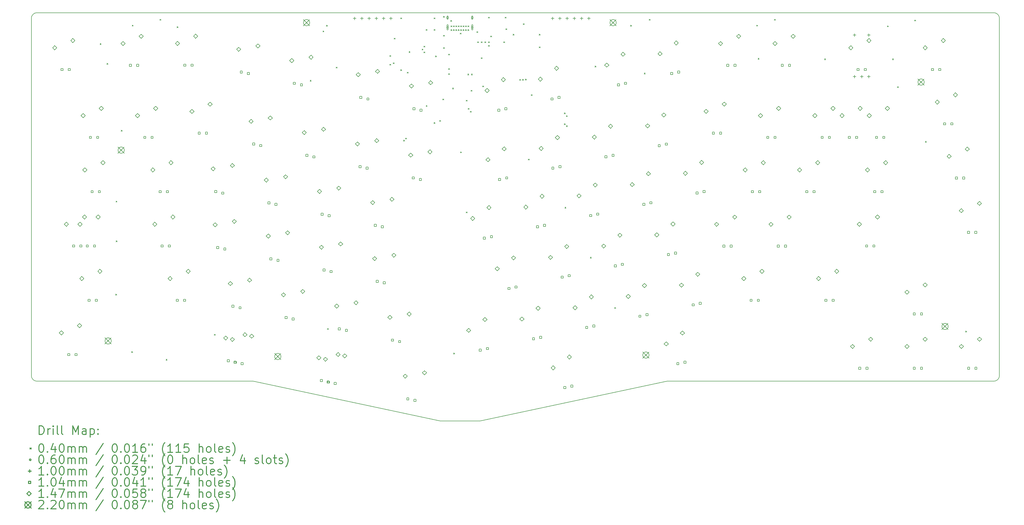
<source format=gbr>
%FSLAX45Y45*%
G04 Gerber Fmt 4.5, Leading zero omitted, Abs format (unit mm)*
G04 Created by KiCad (PCBNEW (5.1.9-0-10_14)) date 2021-10-05 14:44:05*
%MOMM*%
%LPD*%
G01*
G04 APERTURE LIST*
%TA.AperFunction,Profile*%
%ADD10C,0.150000*%
%TD*%
%ADD11C,0.200000*%
%ADD12C,0.300000*%
G04 APERTURE END LIST*
D10*
X36249995Y-15370750D02*
G75*
G03*
X36449995Y-15170750I0J200000D01*
G01*
X36249995Y-2443251D02*
G75*
G02*
X36449995Y-2643251I0J-200000D01*
G01*
X2741250Y-2443251D02*
G75*
G03*
X2541250Y-2643251I0J-200000D01*
G01*
X2741250Y-15370750D02*
G75*
G02*
X2541250Y-15170750I0J200000D01*
G01*
X18263000Y-16762523D02*
X24811000Y-15370750D01*
X16860000Y-16762523D02*
X18263000Y-16762523D01*
X10312670Y-15370750D02*
X16860000Y-16762523D01*
X24811000Y-15370750D02*
X36249995Y-15370750D01*
X2741250Y-15370750D02*
X10312670Y-15370750D01*
X2741250Y-2443251D02*
X36249995Y-2443251D01*
X36449995Y-2643251D02*
X36449995Y-15170750D01*
X2541250Y-2643251D02*
X2541250Y-15170750D01*
D11*
X4945700Y-3523300D02*
X4985700Y-3563300D01*
X4985700Y-3523300D02*
X4945700Y-3563300D01*
X5188270Y-4215450D02*
X5228270Y-4255450D01*
X5228270Y-4215450D02*
X5188270Y-4255450D01*
X5495170Y-12312530D02*
X5535170Y-12352530D01*
X5535170Y-12312530D02*
X5495170Y-12352530D01*
X5504500Y-9047800D02*
X5544500Y-9087800D01*
X5544500Y-9047800D02*
X5504500Y-9087800D01*
X5507040Y-10440990D02*
X5547040Y-10480990D01*
X5547040Y-10440990D02*
X5507040Y-10480990D01*
X5690409Y-6566251D02*
X5730409Y-6606251D01*
X5730409Y-6566251D02*
X5690409Y-6606251D01*
X6050600Y-14324650D02*
X6090600Y-14364650D01*
X6090600Y-14324650D02*
X6050600Y-14364650D01*
X6073460Y-2875600D02*
X6113460Y-2915600D01*
X6113460Y-2875600D02*
X6073460Y-2915600D01*
X7039930Y-2672400D02*
X7079930Y-2712400D01*
X7079930Y-2672400D02*
X7039930Y-2712400D01*
X7257100Y-14597700D02*
X7297100Y-14637700D01*
X7297100Y-14597700D02*
X7257100Y-14637700D01*
X7644450Y-2932750D02*
X7684450Y-2972750D01*
X7684450Y-2932750D02*
X7644450Y-2972750D01*
X8946200Y-13721400D02*
X8986200Y-13761400D01*
X8986200Y-13721400D02*
X8946200Y-13761400D01*
X12304319Y-4812111D02*
X12344319Y-4852111D01*
X12344319Y-4812111D02*
X12304319Y-4852111D01*
X12752390Y-3080070D02*
X12792390Y-3120070D01*
X12792390Y-3080070D02*
X12752390Y-3120070D01*
X12876850Y-2878140D02*
X12916850Y-2918140D01*
X12916850Y-2878140D02*
X12876850Y-2918140D01*
X12908600Y-13518200D02*
X12948600Y-13558200D01*
X12948600Y-13518200D02*
X12908600Y-13558200D01*
X13213400Y-4348800D02*
X13253400Y-4388800D01*
X13253400Y-4348800D02*
X13213400Y-4388800D01*
X15093000Y-3942400D02*
X15133000Y-3982400D01*
X15133000Y-3942400D02*
X15093000Y-3982400D01*
X15093000Y-4247200D02*
X15133000Y-4287200D01*
X15133000Y-4247200D02*
X15093000Y-4287200D01*
X15213600Y-4196400D02*
X15253600Y-4236400D01*
X15253600Y-4196400D02*
X15213600Y-4236400D01*
X15245400Y-3332800D02*
X15285400Y-3372800D01*
X15285400Y-3332800D02*
X15245400Y-3372800D01*
X15474000Y-2621600D02*
X15514000Y-2661600D01*
X15514000Y-2621600D02*
X15474000Y-2661600D01*
X15475300Y-4436400D02*
X15515300Y-4476400D01*
X15515300Y-4436400D02*
X15475300Y-4476400D01*
X15574249Y-6911108D02*
X15614249Y-6951108D01*
X15614249Y-6911108D02*
X15574249Y-6951108D01*
X15642800Y-6838300D02*
X15682800Y-6878300D01*
X15682800Y-6838300D02*
X15642800Y-6878300D01*
X15702600Y-4526600D02*
X15742600Y-4566600D01*
X15742600Y-4526600D02*
X15702600Y-4566600D01*
X15766100Y-3802700D02*
X15806100Y-3842700D01*
X15806100Y-3802700D02*
X15766100Y-3842700D01*
X16223650Y-3713450D02*
X16263650Y-3753450D01*
X16263650Y-3713450D02*
X16223650Y-3753450D01*
X16286800Y-3612200D02*
X16326800Y-3652200D01*
X16326800Y-3612200D02*
X16286800Y-3652200D01*
X16286800Y-3815400D02*
X16326800Y-3855400D01*
X16326800Y-3815400D02*
X16286800Y-3855400D01*
X16363000Y-3028000D02*
X16403000Y-3068000D01*
X16403000Y-3028000D02*
X16363000Y-3068000D01*
X16369280Y-5696340D02*
X16409280Y-5736340D01*
X16409280Y-5696340D02*
X16369280Y-5736340D01*
X16642400Y-2621600D02*
X16682400Y-2661600D01*
X16682400Y-2621600D02*
X16642400Y-2661600D01*
X16642400Y-6291900D02*
X16682400Y-6331900D01*
X16682400Y-6291900D02*
X16642400Y-6331900D01*
X16645400Y-3028000D02*
X16685400Y-3068000D01*
X16685400Y-3028000D02*
X16645400Y-3068000D01*
X16693200Y-3955100D02*
X16733200Y-3995100D01*
X16733200Y-3955100D02*
X16693200Y-3995100D01*
X16836695Y-6219495D02*
X16876695Y-6259495D01*
X16876695Y-6219495D02*
X16836695Y-6259495D01*
X16947200Y-5466400D02*
X16987200Y-5506400D01*
X16987200Y-5466400D02*
X16947200Y-5506400D01*
X16972600Y-2564675D02*
X17012600Y-2604675D01*
X17012600Y-2564675D02*
X16972600Y-2604675D01*
X16972600Y-3231200D02*
X17012600Y-3271200D01*
X17012600Y-3231200D02*
X16972600Y-3271200D01*
X16972600Y-3663000D02*
X17012600Y-3703000D01*
X17012600Y-3663000D02*
X16972600Y-3703000D01*
X17150400Y-3891600D02*
X17190400Y-3931600D01*
X17190400Y-3891600D02*
X17150400Y-3931600D01*
X17150400Y-4399600D02*
X17190400Y-4439600D01*
X17190400Y-4399600D02*
X17150400Y-4439600D01*
X17150400Y-4577400D02*
X17190400Y-4617400D01*
X17190400Y-4577400D02*
X17150400Y-4617400D01*
X17226600Y-2710499D02*
X17266600Y-2750499D01*
X17266600Y-2710499D02*
X17226600Y-2750499D01*
X17235170Y-2901000D02*
X17275170Y-2941000D01*
X17275170Y-2901000D02*
X17235170Y-2941000D01*
X17235170Y-3033500D02*
X17275170Y-3073500D01*
X17275170Y-3033500D02*
X17235170Y-3073500D01*
X17291400Y-5084100D02*
X17331400Y-5124100D01*
X17331400Y-5084100D02*
X17291400Y-5124100D01*
X17320170Y-3033500D02*
X17360170Y-3073500D01*
X17360170Y-3033500D02*
X17320170Y-3073500D01*
X17320670Y-2901000D02*
X17360670Y-2941000D01*
X17360670Y-2901000D02*
X17320670Y-2941000D01*
X17330000Y-14380000D02*
X17370000Y-14420000D01*
X17370000Y-14380000D02*
X17330000Y-14420000D01*
X17405170Y-3033500D02*
X17445170Y-3073500D01*
X17445170Y-3033500D02*
X17405170Y-3073500D01*
X17405670Y-2901000D02*
X17445670Y-2941000D01*
X17445670Y-2901000D02*
X17405670Y-2941000D01*
X17490170Y-3033500D02*
X17530170Y-3073500D01*
X17530170Y-3033500D02*
X17490170Y-3073500D01*
X17490670Y-2901000D02*
X17530670Y-2941000D01*
X17530670Y-2901000D02*
X17490670Y-2941000D01*
X17556800Y-3155000D02*
X17596800Y-3195000D01*
X17596800Y-3155000D02*
X17556800Y-3195000D01*
X17569500Y-7320600D02*
X17609500Y-7360600D01*
X17609500Y-7320600D02*
X17569500Y-7360600D01*
X17575170Y-3033500D02*
X17615170Y-3073500D01*
X17615170Y-3033500D02*
X17575170Y-3073500D01*
X17575670Y-2901000D02*
X17615670Y-2941000D01*
X17615670Y-2901000D02*
X17575670Y-2941000D01*
X17660170Y-3033500D02*
X17700170Y-3073500D01*
X17700170Y-3033500D02*
X17660170Y-3073500D01*
X17660670Y-2901000D02*
X17700670Y-2941000D01*
X17700670Y-2901000D02*
X17660670Y-2941000D01*
X17745170Y-3033500D02*
X17785170Y-3073500D01*
X17785170Y-3033500D02*
X17745170Y-3073500D01*
X17745670Y-2901000D02*
X17785670Y-2941000D01*
X17785670Y-2901000D02*
X17745670Y-2941000D01*
X17771400Y-5508814D02*
X17811400Y-5548814D01*
X17811400Y-5508814D02*
X17771400Y-5548814D01*
X17771400Y-9430040D02*
X17811400Y-9470040D01*
X17811400Y-9430040D02*
X17771400Y-9470040D01*
X17823500Y-4590100D02*
X17863500Y-4630100D01*
X17863500Y-4590100D02*
X17823500Y-4630100D01*
X17830170Y-3033500D02*
X17870170Y-3073500D01*
X17870170Y-3033500D02*
X17830170Y-3073500D01*
X17830670Y-2901000D02*
X17870670Y-2941000D01*
X17870670Y-2901000D02*
X17830670Y-2941000D01*
X17836200Y-5796600D02*
X17876200Y-5836600D01*
X17876200Y-5796600D02*
X17836200Y-5836600D01*
X17912400Y-5898200D02*
X17952400Y-5938200D01*
X17952400Y-5898200D02*
X17912400Y-5938200D01*
X17937800Y-5161600D02*
X17977800Y-5201600D01*
X17977800Y-5161600D02*
X17937800Y-5201600D01*
X17950500Y-4590100D02*
X17990500Y-4630100D01*
X17990500Y-4590100D02*
X17950500Y-4630100D01*
X18141000Y-3104200D02*
X18181000Y-3144200D01*
X18181000Y-3104200D02*
X18141000Y-3144200D01*
X18166400Y-3459800D02*
X18206400Y-3499800D01*
X18206400Y-3459800D02*
X18166400Y-3499800D01*
X18293400Y-3459800D02*
X18333400Y-3499800D01*
X18333400Y-3459800D02*
X18293400Y-3499800D01*
X18293400Y-4018600D02*
X18333400Y-4058600D01*
X18333400Y-4018600D02*
X18293400Y-4058600D01*
X18344200Y-5009200D02*
X18384200Y-5049200D01*
X18384200Y-5009200D02*
X18344200Y-5049200D01*
X18420400Y-3459800D02*
X18460400Y-3499800D01*
X18460400Y-3459800D02*
X18420400Y-3499800D01*
X18547400Y-2596200D02*
X18587400Y-2636200D01*
X18587400Y-2596200D02*
X18547400Y-2636200D01*
X18547400Y-3459800D02*
X18587400Y-3499800D01*
X18587400Y-3459800D02*
X18547400Y-3499800D01*
X18547400Y-3586800D02*
X18587400Y-3626800D01*
X18587400Y-3586800D02*
X18547400Y-3626800D01*
X18623600Y-3256600D02*
X18663600Y-3296600D01*
X18663600Y-3256600D02*
X18623600Y-3296600D01*
X19080800Y-3459800D02*
X19120800Y-3499800D01*
X19120800Y-3459800D02*
X19080800Y-3499800D01*
X19131600Y-2596200D02*
X19171600Y-2636200D01*
X19171600Y-2596200D02*
X19131600Y-2636200D01*
X19157000Y-3003598D02*
X19197000Y-3043598D01*
X19197000Y-3003598D02*
X19157000Y-3043598D01*
X19411000Y-3193599D02*
X19451000Y-3233599D01*
X19451000Y-3193599D02*
X19411000Y-3233599D01*
X19639600Y-4780600D02*
X19679600Y-4820600D01*
X19679600Y-4780600D02*
X19639600Y-4820600D01*
X19741200Y-4774900D02*
X19781200Y-4814900D01*
X19781200Y-4774900D02*
X19741200Y-4814900D01*
X19766600Y-2824800D02*
X19806600Y-2864800D01*
X19806600Y-2824800D02*
X19766600Y-2864800D01*
X19842800Y-4769200D02*
X19882800Y-4809200D01*
X19882800Y-4769200D02*
X19842800Y-4809200D01*
X19944400Y-7574600D02*
X19984400Y-7614600D01*
X19984400Y-7574600D02*
X19944400Y-7614600D01*
X20046000Y-5314000D02*
X20086000Y-5354000D01*
X20086000Y-5314000D02*
X20046000Y-5354000D01*
X20325400Y-3193599D02*
X20365400Y-3233599D01*
X20365400Y-3193599D02*
X20325400Y-3233599D01*
X20325400Y-3637600D02*
X20365400Y-3677600D01*
X20365400Y-3637600D02*
X20325400Y-3677600D01*
X21205000Y-5955000D02*
X21245000Y-5995000D01*
X21245000Y-5955000D02*
X21205000Y-5995000D01*
X21205000Y-6333901D02*
X21245000Y-6373901D01*
X21245000Y-6333901D02*
X21205000Y-6373901D01*
X21227100Y-9263700D02*
X21267100Y-9303700D01*
X21267100Y-9263700D02*
X21227100Y-9303700D01*
X21278521Y-6401686D02*
X21318521Y-6441686D01*
X21318521Y-6401686D02*
X21278521Y-6441686D01*
X21280000Y-6050687D02*
X21320000Y-6090687D01*
X21320000Y-6050687D02*
X21280000Y-6090687D01*
X22117523Y-11016300D02*
X22157523Y-11056300D01*
X22157523Y-11016300D02*
X22117523Y-11056300D01*
X22281200Y-4310700D02*
X22321200Y-4350700D01*
X22321200Y-4310700D02*
X22281200Y-4350700D01*
X22967000Y-12781600D02*
X23007000Y-12821600D01*
X23007000Y-12781600D02*
X22967000Y-12821600D01*
X23524530Y-2879410D02*
X23564530Y-2919410D01*
X23564530Y-2879410D02*
X23524530Y-2919410D01*
X24004757Y-4558517D02*
X24044757Y-4598517D01*
X24044757Y-4558517D02*
X24004757Y-4598517D01*
X24176040Y-2673670D02*
X24216040Y-2713670D01*
X24216040Y-2673670D02*
X24176040Y-2713670D01*
X27942860Y-2875600D02*
X27982860Y-2915600D01*
X27982860Y-2875600D02*
X27942860Y-2915600D01*
X27992650Y-4040450D02*
X28032650Y-4080450D01*
X28032650Y-4040450D02*
X27992650Y-4080450D01*
X28563890Y-2672400D02*
X28603890Y-2712400D01*
X28603890Y-2672400D02*
X28563890Y-2712400D01*
X30320300Y-4056700D02*
X30360300Y-4096700D01*
X30360300Y-4056700D02*
X30320300Y-4096700D01*
X32522480Y-2902270D02*
X32562480Y-2942270D01*
X32562480Y-2902270D02*
X32522480Y-2942270D01*
X32701360Y-4055240D02*
X32741360Y-4095240D01*
X32741360Y-4055240D02*
X32701360Y-4095240D01*
X32873000Y-5034600D02*
X32913000Y-5074600D01*
X32913000Y-5034600D02*
X32873000Y-5074600D01*
X33473710Y-2697800D02*
X33513710Y-2737800D01*
X33513710Y-2697800D02*
X33473710Y-2737800D01*
X33850900Y-6952300D02*
X33890900Y-6992300D01*
X33890900Y-6952300D02*
X33850900Y-6992300D01*
X35260600Y-13607100D02*
X35300600Y-13647100D01*
X35300600Y-13607100D02*
X35260600Y-13647100D01*
X17150170Y-2617500D02*
G75*
G03*
X17150170Y-2617500I-30000J0D01*
G01*
X17100170Y-2577500D02*
X17100170Y-2657500D01*
X17140170Y-2577500D02*
X17140170Y-2657500D01*
X17100170Y-2657500D02*
G75*
G03*
X17140170Y-2657500I20000J0D01*
G01*
X17140170Y-2577500D02*
G75*
G03*
X17100170Y-2577500I-20000J0D01*
G01*
X17150170Y-2955500D02*
G75*
G03*
X17150170Y-2955500I-30000J0D01*
G01*
X17100170Y-2880500D02*
X17100170Y-3030500D01*
X17140170Y-2880500D02*
X17140170Y-3030500D01*
X17100170Y-3030500D02*
G75*
G03*
X17140170Y-3030500I20000J0D01*
G01*
X17140170Y-2880500D02*
G75*
G03*
X17100170Y-2880500I-20000J0D01*
G01*
X18015170Y-2617500D02*
G75*
G03*
X18015170Y-2617500I-30000J0D01*
G01*
X17965170Y-2577500D02*
X17965170Y-2657500D01*
X18005170Y-2577500D02*
X18005170Y-2657500D01*
X17965170Y-2657500D02*
G75*
G03*
X18005170Y-2657500I20000J0D01*
G01*
X18005170Y-2577500D02*
G75*
G03*
X17965170Y-2577500I-20000J0D01*
G01*
X18015170Y-2955500D02*
G75*
G03*
X18015170Y-2955500I-30000J0D01*
G01*
X17965170Y-2880500D02*
X17965170Y-3030500D01*
X18005170Y-2880500D02*
X18005170Y-3030500D01*
X17965170Y-3030500D02*
G75*
G03*
X18005170Y-3030500I20000J0D01*
G01*
X18005170Y-2880500D02*
G75*
G03*
X17965170Y-2880500I-20000J0D01*
G01*
X13868400Y-2591600D02*
X13868400Y-2691600D01*
X13818400Y-2641600D02*
X13918400Y-2641600D01*
X14122400Y-2591600D02*
X14122400Y-2691600D01*
X14072400Y-2641600D02*
X14172400Y-2641600D01*
X14376400Y-2591600D02*
X14376400Y-2691600D01*
X14326400Y-2641600D02*
X14426400Y-2641600D01*
X14630400Y-2591600D02*
X14630400Y-2691600D01*
X14580400Y-2641600D02*
X14680400Y-2641600D01*
X14884400Y-2591600D02*
X14884400Y-2691600D01*
X14834400Y-2641600D02*
X14934400Y-2641600D01*
X15138400Y-2591600D02*
X15138400Y-2691600D01*
X15088400Y-2641600D02*
X15188400Y-2641600D01*
X20802600Y-2591600D02*
X20802600Y-2691600D01*
X20752600Y-2641600D02*
X20852600Y-2641600D01*
X21056600Y-2591600D02*
X21056600Y-2691600D01*
X21006600Y-2641600D02*
X21106600Y-2641600D01*
X21310600Y-2591600D02*
X21310600Y-2691600D01*
X21260600Y-2641600D02*
X21360600Y-2641600D01*
X21564600Y-2591600D02*
X21564600Y-2691600D01*
X21514600Y-2641600D02*
X21614600Y-2641600D01*
X21818600Y-2591600D02*
X21818600Y-2691600D01*
X21768600Y-2641600D02*
X21868600Y-2641600D01*
X22072600Y-2591600D02*
X22072600Y-2691600D01*
X22022600Y-2641600D02*
X22122600Y-2641600D01*
X31375540Y-3179380D02*
X31375540Y-3279380D01*
X31325540Y-3229380D02*
X31425540Y-3229380D01*
X31375540Y-4629380D02*
X31375540Y-4729380D01*
X31325540Y-4679380D02*
X31425540Y-4679380D01*
X31625540Y-4629380D02*
X31625540Y-4729380D01*
X31575540Y-4679380D02*
X31675540Y-4679380D01*
X31875540Y-3179380D02*
X31875540Y-3279380D01*
X31825540Y-3229380D02*
X31925540Y-3229380D01*
X31875540Y-4629380D02*
X31875540Y-4729380D01*
X31825540Y-4679380D02*
X31925540Y-4679380D01*
X3652460Y-4474150D02*
X3652460Y-4400610D01*
X3578920Y-4400610D01*
X3578920Y-4474150D01*
X3652460Y-4474150D01*
X3887410Y-14474130D02*
X3887410Y-14400590D01*
X3813870Y-14400590D01*
X3813870Y-14474130D01*
X3887410Y-14474130D01*
X3906460Y-4474150D02*
X3906460Y-4400610D01*
X3832920Y-4400610D01*
X3832920Y-4474150D01*
X3906460Y-4474150D01*
X4061400Y-10662860D02*
X4061400Y-10589320D01*
X3987860Y-10589320D01*
X3987860Y-10662860D01*
X4061400Y-10662860D01*
X4141410Y-14474130D02*
X4141410Y-14400590D01*
X4067870Y-14400590D01*
X4067870Y-14474130D01*
X4141410Y-14474130D01*
X4315400Y-10662860D02*
X4315400Y-10589320D01*
X4241860Y-10589320D01*
X4241860Y-10662860D01*
X4315400Y-10662860D01*
X4537650Y-10662860D02*
X4537650Y-10589320D01*
X4464110Y-10589320D01*
X4464110Y-10662860D01*
X4537650Y-10662860D01*
X4601150Y-12569130D02*
X4601150Y-12495590D01*
X4527610Y-12495590D01*
X4527610Y-12569130D01*
X4601150Y-12569130D01*
X4648140Y-6854130D02*
X4648140Y-6780590D01*
X4574600Y-6780590D01*
X4574600Y-6854130D01*
X4648140Y-6854130D01*
X4707830Y-8759130D02*
X4707830Y-8685590D01*
X4634290Y-8685590D01*
X4634290Y-8759130D01*
X4707830Y-8759130D01*
X4791650Y-10662860D02*
X4791650Y-10589320D01*
X4718110Y-10589320D01*
X4718110Y-10662860D01*
X4791650Y-10662860D01*
X4855150Y-12569130D02*
X4855150Y-12495590D01*
X4781610Y-12495590D01*
X4781610Y-12569130D01*
X4855150Y-12569130D01*
X4902140Y-6854130D02*
X4902140Y-6780590D01*
X4828600Y-6780590D01*
X4828600Y-6854130D01*
X4902140Y-6854130D01*
X4961830Y-8759130D02*
X4961830Y-8685590D01*
X4888290Y-8685590D01*
X4888290Y-8759130D01*
X4961830Y-8759130D01*
X6046410Y-4323020D02*
X6046410Y-4249480D01*
X5972870Y-4249480D01*
X5972870Y-4323020D01*
X6046410Y-4323020D01*
X6300410Y-4323020D02*
X6300410Y-4249480D01*
X6226870Y-4249480D01*
X6226870Y-4323020D01*
X6300410Y-4323020D01*
X6553607Y-6854130D02*
X6553607Y-6780590D01*
X6480067Y-6780590D01*
X6480067Y-6854130D01*
X6553607Y-6854130D01*
X6807607Y-6854130D02*
X6807607Y-6780590D01*
X6734067Y-6780590D01*
X6734067Y-6854130D01*
X6807607Y-6854130D01*
X7089080Y-8759130D02*
X7089080Y-8685590D01*
X7015540Y-8685590D01*
X7015540Y-8759130D01*
X7089080Y-8759130D01*
X7156390Y-10664130D02*
X7156390Y-10590590D01*
X7082850Y-10590590D01*
X7082850Y-10664130D01*
X7156390Y-10664130D01*
X7343080Y-8759130D02*
X7343080Y-8685590D01*
X7269540Y-8685590D01*
X7269540Y-8759130D01*
X7343080Y-8759130D01*
X7410390Y-10664130D02*
X7410390Y-10590590D01*
X7336850Y-10590590D01*
X7336850Y-10664130D01*
X7410390Y-10664130D01*
X7693600Y-12567860D02*
X7693600Y-12494320D01*
X7620060Y-12494320D01*
X7620060Y-12567860D01*
X7693600Y-12567860D01*
X7947600Y-12567860D02*
X7947600Y-12494320D01*
X7874060Y-12494320D01*
X7874060Y-12567860D01*
X7947600Y-12567860D01*
X7952680Y-4321750D02*
X7952680Y-4248210D01*
X7879140Y-4248210D01*
X7879140Y-4321750D01*
X7952680Y-4321750D01*
X8206680Y-4321750D02*
X8206680Y-4248210D01*
X8133140Y-4248210D01*
X8133140Y-4321750D01*
X8206680Y-4321750D01*
X8458140Y-6705540D02*
X8458140Y-6632000D01*
X8384600Y-6632000D01*
X8384600Y-6705540D01*
X8458140Y-6705540D01*
X8712140Y-6705540D02*
X8712140Y-6632000D01*
X8638600Y-6632000D01*
X8638600Y-6705540D01*
X8712140Y-6705540D01*
X9036016Y-8754644D02*
X9036016Y-8681104D01*
X8962476Y-8681104D01*
X8962476Y-8754644D01*
X9036016Y-8754644D01*
X9105866Y-10718064D02*
X9105866Y-10644524D01*
X9032326Y-10644524D01*
X9032326Y-10718064D01*
X9105866Y-10718064D01*
X9284466Y-8807454D02*
X9284466Y-8733914D01*
X9210926Y-8733914D01*
X9210926Y-8807454D01*
X9284466Y-8807454D01*
X9354316Y-10770874D02*
X9354316Y-10697334D01*
X9280776Y-10697334D01*
X9280776Y-10770874D01*
X9354316Y-10770874D01*
X9476706Y-14690116D02*
X9476706Y-14616576D01*
X9403166Y-14616576D01*
X9403166Y-14690116D01*
X9476706Y-14690116D01*
X9639266Y-12778004D02*
X9639266Y-12704464D01*
X9565726Y-12704464D01*
X9565726Y-12778004D01*
X9639266Y-12778004D01*
X9710386Y-14740154D02*
X9710386Y-14666614D01*
X9636846Y-14666614D01*
X9636846Y-14740154D01*
X9710386Y-14740154D01*
X9725156Y-14742926D02*
X9725156Y-14669386D01*
X9651616Y-14669386D01*
X9651616Y-14742926D01*
X9725156Y-14742926D01*
X9887716Y-12830814D02*
X9887716Y-12757274D01*
X9814176Y-12757274D01*
X9814176Y-12830814D01*
X9887716Y-12830814D01*
X9930096Y-4562374D02*
X9930096Y-4488834D01*
X9856556Y-4488834D01*
X9856556Y-4562374D01*
X9930096Y-4562374D01*
X9958836Y-14792964D02*
X9958836Y-14719424D01*
X9885296Y-14719424D01*
X9885296Y-14792964D01*
X9958836Y-14792964D01*
X10178546Y-4615184D02*
X10178546Y-4541644D01*
X10105006Y-4541644D01*
X10105006Y-4615184D01*
X10178546Y-4615184D01*
X10364436Y-7088404D02*
X10364436Y-7014864D01*
X10290896Y-7014864D01*
X10290896Y-7088404D01*
X10364436Y-7088404D01*
X10612886Y-7141214D02*
X10612886Y-7067674D01*
X10539346Y-7067674D01*
X10539346Y-7141214D01*
X10612886Y-7141214D01*
X10899106Y-9150884D02*
X10899106Y-9077344D01*
X10825566Y-9077344D01*
X10825566Y-9150884D01*
X10899106Y-9150884D01*
X10968956Y-11114304D02*
X10968956Y-11040764D01*
X10895416Y-11040764D01*
X10895416Y-11114304D01*
X10968956Y-11114304D01*
X11147556Y-9203694D02*
X11147556Y-9130154D01*
X11074016Y-9130154D01*
X11074016Y-9203694D01*
X11147556Y-9203694D01*
X11217405Y-11167114D02*
X11217405Y-11093574D01*
X11143866Y-11093574D01*
X11143866Y-11167114D01*
X11217405Y-11167114D01*
X11501086Y-13172974D02*
X11501086Y-13099434D01*
X11427546Y-13099434D01*
X11427546Y-13172974D01*
X11501086Y-13172974D01*
X11749535Y-13225784D02*
X11749535Y-13152244D01*
X11675996Y-13152244D01*
X11675996Y-13225784D01*
X11749535Y-13225784D01*
X11791916Y-4957344D02*
X11791916Y-4883804D01*
X11718376Y-4883804D01*
X11718376Y-4957344D01*
X11791916Y-4957344D01*
X12040365Y-5010154D02*
X12040365Y-4936614D01*
X11966826Y-4936614D01*
X11966826Y-5010154D01*
X12040365Y-5010154D01*
X12227526Y-7485914D02*
X12227526Y-7412374D01*
X12153986Y-7412374D01*
X12153986Y-7485914D01*
X12227526Y-7485914D01*
X12475975Y-7538724D02*
X12475975Y-7465184D01*
X12402436Y-7465184D01*
X12402436Y-7538724D01*
X12475975Y-7538724D01*
X12738320Y-15384044D02*
X12738320Y-15310504D01*
X12664780Y-15310504D01*
X12664780Y-15384044D01*
X12738320Y-15384044D01*
X12760926Y-9548394D02*
X12760926Y-9474854D01*
X12687386Y-9474854D01*
X12687386Y-9548394D01*
X12760926Y-9548394D01*
X12828236Y-11506734D02*
X12828236Y-11433194D01*
X12754696Y-11433194D01*
X12754696Y-11506734D01*
X12828236Y-11506734D01*
X12970476Y-15433574D02*
X12970476Y-15360034D01*
X12896936Y-15360034D01*
X12896936Y-15433574D01*
X12970476Y-15433574D01*
X12986769Y-15436854D02*
X12986769Y-15363314D01*
X12913230Y-15363314D01*
X12913230Y-15436854D01*
X12986769Y-15436854D01*
X13009375Y-9601204D02*
X13009375Y-9527664D01*
X12935836Y-9527664D01*
X12935836Y-9601204D01*
X13009375Y-9601204D01*
X13076685Y-11559544D02*
X13076685Y-11486004D01*
X13003146Y-11486004D01*
X13003146Y-11559544D01*
X13076685Y-11559544D01*
X13218925Y-15486384D02*
X13218925Y-15412844D01*
X13145386Y-15412844D01*
X13145386Y-15486384D01*
X13218925Y-15486384D01*
X13365446Y-13569214D02*
X13365446Y-13495674D01*
X13291906Y-13495674D01*
X13291906Y-13569214D01*
X13365446Y-13569214D01*
X13613895Y-13622024D02*
X13613895Y-13548484D01*
X13540356Y-13548484D01*
X13540356Y-13622024D01*
X13613895Y-13622024D01*
X14091886Y-7882154D02*
X14091886Y-7808614D01*
X14018346Y-7808614D01*
X14018346Y-7882154D01*
X14091886Y-7882154D01*
X14118556Y-5453914D02*
X14118556Y-5380374D01*
X14045016Y-5380374D01*
X14045016Y-5453914D01*
X14118556Y-5453914D01*
X14340335Y-7934964D02*
X14340335Y-7861424D01*
X14266796Y-7861424D01*
X14266796Y-7934964D01*
X14340335Y-7934964D01*
X14367005Y-5506724D02*
X14367005Y-5433184D01*
X14293466Y-5433184D01*
X14293466Y-5506724D01*
X14367005Y-5506724D01*
X14625286Y-9939554D02*
X14625286Y-9866014D01*
X14551746Y-9866014D01*
X14551746Y-9939554D01*
X14625286Y-9939554D01*
X14692596Y-11902974D02*
X14692596Y-11829434D01*
X14619056Y-11829434D01*
X14619056Y-11902974D01*
X14692596Y-11902974D01*
X14873735Y-9992364D02*
X14873735Y-9918824D01*
X14800196Y-9918824D01*
X14800196Y-9992364D01*
X14873735Y-9992364D01*
X14941045Y-11955784D02*
X14941045Y-11882244D01*
X14867506Y-11882244D01*
X14867506Y-11955784D01*
X14941045Y-11955784D01*
X15228536Y-13964184D02*
X15228536Y-13890644D01*
X15154996Y-13890644D01*
X15154996Y-13964184D01*
X15228536Y-13964184D01*
X15476985Y-14016994D02*
X15476985Y-13943454D01*
X15403446Y-13943454D01*
X15403446Y-14016994D01*
X15476985Y-14016994D01*
X15765746Y-16026664D02*
X15765746Y-15953124D01*
X15692206Y-15953124D01*
X15692206Y-16026664D01*
X15765746Y-16026664D01*
X15956246Y-8275854D02*
X15956246Y-8202314D01*
X15882706Y-8202314D01*
X15882706Y-8275854D01*
X15956246Y-8275854D01*
X15980376Y-5850154D02*
X15980376Y-5776614D01*
X15906836Y-5776614D01*
X15906836Y-5850154D01*
X15980376Y-5850154D01*
X16014195Y-16079474D02*
X16014195Y-16005934D01*
X15940656Y-16005934D01*
X15940656Y-16079474D01*
X16014195Y-16079474D01*
X16204695Y-8328664D02*
X16204695Y-8255124D01*
X16131156Y-8255124D01*
X16131156Y-8328664D01*
X16204695Y-8328664D01*
X16228825Y-5902964D02*
X16228825Y-5829424D01*
X16155286Y-5829424D01*
X16155286Y-5902964D01*
X16228825Y-5902964D01*
X18303287Y-14314619D02*
X18303287Y-14241079D01*
X18229748Y-14241079D01*
X18229748Y-14314619D01*
X18303287Y-14314619D01*
X18444594Y-10389874D02*
X18444594Y-10316334D01*
X18371055Y-10316334D01*
X18371055Y-10389874D01*
X18444594Y-10389874D01*
X18551737Y-14261809D02*
X18551737Y-14188269D01*
X18478197Y-14188269D01*
X18478197Y-14261809D01*
X18551737Y-14261809D01*
X18693044Y-10337064D02*
X18693044Y-10263524D01*
X18619504Y-10263524D01*
X18619504Y-10337064D01*
X18693044Y-10337064D01*
X18950054Y-5901694D02*
X18950054Y-5828154D01*
X18876515Y-5828154D01*
X18876515Y-5901694D01*
X18950054Y-5901694D01*
X18979264Y-8328664D02*
X18979264Y-8255124D01*
X18905725Y-8255124D01*
X18905725Y-8328664D01*
X18979264Y-8328664D01*
X19198504Y-5848884D02*
X19198504Y-5775344D01*
X19124964Y-5775344D01*
X19124964Y-5848884D01*
X19198504Y-5848884D01*
X19227714Y-8275854D02*
X19227714Y-8202314D01*
X19154174Y-8202314D01*
X19154174Y-8275854D01*
X19227714Y-8275854D01*
X19305654Y-12153904D02*
X19305654Y-12080364D01*
X19232115Y-12080364D01*
X19232115Y-12153904D01*
X19305654Y-12153904D01*
X19554104Y-12101094D02*
X19554104Y-12027554D01*
X19480564Y-12027554D01*
X19480564Y-12101094D01*
X19554104Y-12101094D01*
X20166714Y-13919204D02*
X20166714Y-13845664D01*
X20093175Y-13845664D01*
X20093175Y-13919204D01*
X20166714Y-13919204D01*
X20306414Y-9992364D02*
X20306414Y-9918824D01*
X20232875Y-9918824D01*
X20232875Y-9992364D01*
X20306414Y-9992364D01*
X20415164Y-13866394D02*
X20415164Y-13792854D01*
X20341624Y-13792854D01*
X20341624Y-13866394D01*
X20415164Y-13866394D01*
X20554864Y-9939554D02*
X20554864Y-9866014D01*
X20481324Y-9866014D01*
X20481324Y-9939554D01*
X20554864Y-9939554D01*
X20813144Y-5505454D02*
X20813144Y-5431914D01*
X20739605Y-5431914D01*
X20739605Y-5505454D01*
X20813144Y-5505454D01*
X20843624Y-7933694D02*
X20843624Y-7860154D01*
X20770085Y-7860154D01*
X20770085Y-7933694D01*
X20843624Y-7933694D01*
X21061594Y-5452644D02*
X21061594Y-5379104D01*
X20988054Y-5379104D01*
X20988054Y-5452644D01*
X21061594Y-5452644D01*
X21092074Y-7880884D02*
X21092074Y-7807344D01*
X21018534Y-7807344D01*
X21018534Y-7880884D01*
X21092074Y-7880884D01*
X21168744Y-11756394D02*
X21168744Y-11682854D01*
X21095205Y-11682854D01*
X21095205Y-11756394D01*
X21168744Y-11756394D01*
X21262724Y-15631164D02*
X21262724Y-15557624D01*
X21189185Y-15557624D01*
X21189185Y-15631164D01*
X21262724Y-15631164D01*
X21417194Y-11703584D02*
X21417194Y-11630044D01*
X21343654Y-11630044D01*
X21343654Y-11703584D01*
X21417194Y-11703584D01*
X21511174Y-15578354D02*
X21511174Y-15504814D01*
X21437634Y-15504814D01*
X21437634Y-15578354D01*
X21511174Y-15578354D01*
X22031074Y-13521694D02*
X22031074Y-13448154D01*
X21957535Y-13448154D01*
X21957535Y-13521694D01*
X22031074Y-13521694D01*
X22168234Y-9597394D02*
X22168234Y-9523854D01*
X22094695Y-9523854D01*
X22094695Y-9597394D01*
X22168234Y-9597394D01*
X22279524Y-13468884D02*
X22279524Y-13395344D01*
X22205984Y-13395344D01*
X22205984Y-13468884D01*
X22279524Y-13468884D01*
X22416684Y-9544584D02*
X22416684Y-9471044D01*
X22343144Y-9471044D01*
X22343144Y-9544584D01*
X22416684Y-9544584D01*
X22704174Y-7536184D02*
X22704174Y-7462644D01*
X22630634Y-7462644D01*
X22630634Y-7536184D01*
X22704174Y-7536184D01*
X22952624Y-7483374D02*
X22952624Y-7409834D01*
X22879084Y-7409834D01*
X22879084Y-7483374D01*
X22952624Y-7483374D01*
X23031834Y-11358884D02*
X23031834Y-11285344D01*
X22958294Y-11285344D01*
X22958294Y-11358884D01*
X23031834Y-11358884D01*
X23141054Y-5010154D02*
X23141054Y-4936614D01*
X23067514Y-4936614D01*
X23067514Y-5010154D01*
X23141054Y-5010154D01*
X23280284Y-11306074D02*
X23280284Y-11232534D01*
X23206744Y-11232534D01*
X23206744Y-11306074D01*
X23280284Y-11306074D01*
X23389504Y-4957344D02*
X23389504Y-4883804D01*
X23315964Y-4883804D01*
X23315964Y-4957344D01*
X23389504Y-4957344D01*
X23892894Y-13125454D02*
X23892894Y-13051914D01*
X23819354Y-13051914D01*
X23819354Y-13125454D01*
X23892894Y-13125454D01*
X24031324Y-9201154D02*
X24031324Y-9127614D01*
X23957784Y-9127614D01*
X23957784Y-9201154D01*
X24031324Y-9201154D01*
X24141344Y-13072644D02*
X24141344Y-12999104D01*
X24067804Y-12999104D01*
X24067804Y-13072644D01*
X24141344Y-13072644D01*
X24279774Y-9148344D02*
X24279774Y-9074804D01*
X24206234Y-9074804D01*
X24206234Y-9148344D01*
X24279774Y-9148344D01*
X24569804Y-7142484D02*
X24569804Y-7068944D01*
X24496264Y-7068944D01*
X24496264Y-7142484D01*
X24569804Y-7142484D01*
X24818254Y-7089674D02*
X24818254Y-7016134D01*
X24744714Y-7016134D01*
X24744714Y-7089674D01*
X24818254Y-7089674D01*
X24892384Y-10965184D02*
X24892384Y-10891644D01*
X24818844Y-10891644D01*
X24818844Y-10965184D01*
X24892384Y-10965184D01*
X25004144Y-4613914D02*
X25004144Y-4540374D01*
X24930604Y-4540374D01*
X24930604Y-4613914D01*
X25004144Y-4613914D01*
X25140834Y-10912374D02*
X25140834Y-10838834D01*
X25067294Y-10838834D01*
X25067294Y-10912374D01*
X25140834Y-10912374D01*
X25221314Y-14790424D02*
X25221314Y-14716884D01*
X25147774Y-14716884D01*
X25147774Y-14790424D01*
X25221314Y-14790424D01*
X25252594Y-4561104D02*
X25252594Y-4487564D01*
X25179054Y-4487564D01*
X25179054Y-4561104D01*
X25252594Y-4561104D01*
X25469764Y-14737614D02*
X25469764Y-14664074D01*
X25396224Y-14664074D01*
X25396224Y-14737614D01*
X25469764Y-14737614D01*
X25757254Y-12729214D02*
X25757254Y-12655674D01*
X25683714Y-12655674D01*
X25683714Y-12729214D01*
X25757254Y-12729214D01*
X25894414Y-8806184D02*
X25894414Y-8732644D01*
X25820874Y-8732644D01*
X25820874Y-8806184D01*
X25894414Y-8806184D01*
X26005704Y-12676404D02*
X26005704Y-12602864D01*
X25932164Y-12602864D01*
X25932164Y-12676404D01*
X26005704Y-12676404D01*
X26142864Y-8753374D02*
X26142864Y-8679834D01*
X26069324Y-8679834D01*
X26069324Y-8753374D01*
X26142864Y-8753374D01*
X26466740Y-6704270D02*
X26466740Y-6630730D01*
X26393200Y-6630730D01*
X26393200Y-6704270D01*
X26466740Y-6704270D01*
X26720740Y-6704270D02*
X26720740Y-6630730D01*
X26647200Y-6630730D01*
X26647200Y-6704270D01*
X26720740Y-6704270D01*
X26833770Y-10665400D02*
X26833770Y-10591860D01*
X26760230Y-10591860D01*
X26760230Y-10665400D01*
X26833770Y-10665400D01*
X26972200Y-4324290D02*
X26972200Y-4250750D01*
X26898660Y-4250750D01*
X26898660Y-4324290D01*
X26972200Y-4324290D01*
X27087770Y-10665400D02*
X27087770Y-10591860D01*
X27014230Y-10591860D01*
X27014230Y-10665400D01*
X27087770Y-10665400D01*
X27226200Y-4324290D02*
X27226200Y-4250750D01*
X27152660Y-4250750D01*
X27152660Y-4324290D01*
X27226200Y-4324290D01*
X27786270Y-12567860D02*
X27786270Y-12494320D01*
X27712730Y-12494320D01*
X27712730Y-12567860D01*
X27786270Y-12567860D01*
X27835800Y-8757860D02*
X27835800Y-8684320D01*
X27762260Y-8684320D01*
X27762260Y-8757860D01*
X27835800Y-8757860D01*
X28040270Y-12567860D02*
X28040270Y-12494320D01*
X27966730Y-12494320D01*
X27966730Y-12567860D01*
X28040270Y-12567860D01*
X28089800Y-8757860D02*
X28089800Y-8684320D01*
X28016260Y-8684320D01*
X28016260Y-8757860D01*
X28089800Y-8757860D01*
X28370470Y-6854130D02*
X28370470Y-6780590D01*
X28296930Y-6780590D01*
X28296930Y-6854130D01*
X28370470Y-6854130D01*
X28624470Y-6854130D02*
X28624470Y-6780590D01*
X28550930Y-6780590D01*
X28550930Y-6854130D01*
X28624470Y-6854130D01*
X28738770Y-10665400D02*
X28738770Y-10591860D01*
X28665230Y-10591860D01*
X28665230Y-10665400D01*
X28738770Y-10665400D01*
X28878470Y-4324290D02*
X28878470Y-4250750D01*
X28804930Y-4250750D01*
X28804930Y-4324290D01*
X28878470Y-4324290D01*
X28992770Y-10665400D02*
X28992770Y-10591860D01*
X28919230Y-10591860D01*
X28919230Y-10665400D01*
X28992770Y-10665400D01*
X29132470Y-4324290D02*
X29132470Y-4250750D01*
X29058930Y-4250750D01*
X29058930Y-4324290D01*
X29132470Y-4324290D01*
X29739530Y-8757860D02*
X29739530Y-8684320D01*
X29665990Y-8684320D01*
X29665990Y-8757860D01*
X29739530Y-8757860D01*
X29993530Y-8757860D02*
X29993530Y-8684320D01*
X29919990Y-8684320D01*
X29919990Y-8757860D01*
X29993530Y-8757860D01*
X30276740Y-6854130D02*
X30276740Y-6780590D01*
X30203200Y-6780590D01*
X30203200Y-6854130D01*
X30276740Y-6854130D01*
X30407550Y-12569130D02*
X30407550Y-12495590D01*
X30334010Y-12495590D01*
X30334010Y-12569130D01*
X30407550Y-12569130D01*
X30530740Y-6854130D02*
X30530740Y-6780590D01*
X30457200Y-6780590D01*
X30457200Y-6854130D01*
X30530740Y-6854130D01*
X30661550Y-12569130D02*
X30661550Y-12495590D01*
X30588010Y-12495590D01*
X30588010Y-12569130D01*
X30661550Y-12569130D01*
X31227970Y-6852860D02*
X31227970Y-6779320D01*
X31154430Y-6779320D01*
X31154430Y-6852860D01*
X31227970Y-6852860D01*
X31481970Y-6852860D02*
X31481970Y-6779320D01*
X31408430Y-6779320D01*
X31408430Y-6852860D01*
X31481970Y-6852860D01*
X31535310Y-4474150D02*
X31535310Y-4400610D01*
X31461770Y-4400610D01*
X31461770Y-4474150D01*
X31535310Y-4474150D01*
X31595000Y-14949110D02*
X31595000Y-14875570D01*
X31521460Y-14875570D01*
X31521460Y-14949110D01*
X31595000Y-14949110D01*
X31789310Y-4474150D02*
X31789310Y-4400610D01*
X31715770Y-4400610D01*
X31715770Y-4474150D01*
X31789310Y-4474150D01*
X31833760Y-10662860D02*
X31833760Y-10589320D01*
X31760220Y-10589320D01*
X31760220Y-10662860D01*
X31833760Y-10662860D01*
X31849000Y-14949110D02*
X31849000Y-14875570D01*
X31775460Y-14875570D01*
X31775460Y-14949110D01*
X31849000Y-14949110D01*
X32087760Y-10662860D02*
X32087760Y-10589320D01*
X32014220Y-10589320D01*
X32014220Y-10662860D01*
X32087760Y-10662860D01*
X32120780Y-8759130D02*
X32120780Y-8685590D01*
X32047240Y-8685590D01*
X32047240Y-8759130D01*
X32120780Y-8759130D01*
X32180470Y-6852860D02*
X32180470Y-6779320D01*
X32106930Y-6779320D01*
X32106930Y-6852860D01*
X32180470Y-6852860D01*
X32374780Y-8759130D02*
X32374780Y-8685590D01*
X32301240Y-8685590D01*
X32301240Y-8759130D01*
X32374780Y-8759130D01*
X32434470Y-6852860D02*
X32434470Y-6779320D01*
X32360930Y-6779320D01*
X32360930Y-6852860D01*
X32434470Y-6852860D01*
X33501270Y-13044110D02*
X33501270Y-12970570D01*
X33427730Y-12970570D01*
X33427730Y-13044110D01*
X33501270Y-13044110D01*
X33501270Y-14949110D02*
X33501270Y-14875570D01*
X33427730Y-14875570D01*
X33427730Y-14949110D01*
X33501270Y-14949110D01*
X33755270Y-13044110D02*
X33755270Y-12970570D01*
X33681730Y-12970570D01*
X33681730Y-13044110D01*
X33755270Y-13044110D01*
X33755270Y-14949110D02*
X33755270Y-14875570D01*
X33681730Y-14875570D01*
X33681730Y-14949110D01*
X33755270Y-14949110D01*
X34141350Y-4472880D02*
X34141350Y-4399340D01*
X34067810Y-4399340D01*
X34067810Y-4472880D01*
X34141350Y-4472880D01*
X34395350Y-4472880D02*
X34395350Y-4399340D01*
X34321810Y-4399340D01*
X34321810Y-4472880D01*
X34395350Y-4472880D01*
X34562990Y-6377880D02*
X34562990Y-6304340D01*
X34489450Y-6304340D01*
X34489450Y-6377880D01*
X34562990Y-6377880D01*
X34816990Y-6377880D02*
X34816990Y-6304340D01*
X34743450Y-6304340D01*
X34743450Y-6377880D01*
X34816990Y-6377880D01*
X34978280Y-8281610D02*
X34978280Y-8208070D01*
X34904740Y-8208070D01*
X34904740Y-8281610D01*
X34978280Y-8281610D01*
X35232280Y-8281610D02*
X35232280Y-8208070D01*
X35158740Y-8208070D01*
X35158740Y-8281610D01*
X35232280Y-8281610D01*
X35405000Y-10186610D02*
X35405000Y-10113070D01*
X35331460Y-10113070D01*
X35331460Y-10186610D01*
X35405000Y-10186610D01*
X35406270Y-14949110D02*
X35406270Y-14875570D01*
X35332730Y-14875570D01*
X35332730Y-14949110D01*
X35406270Y-14949110D01*
X35659000Y-10186610D02*
X35659000Y-10113070D01*
X35585460Y-10113070D01*
X35585460Y-10186610D01*
X35659000Y-10186610D01*
X35660270Y-14949110D02*
X35660270Y-14875570D01*
X35586730Y-14875570D01*
X35586730Y-14949110D01*
X35660270Y-14949110D01*
X3361690Y-3748880D02*
X3435190Y-3675380D01*
X3361690Y-3601880D01*
X3288190Y-3675380D01*
X3361690Y-3748880D01*
X3596640Y-13748860D02*
X3670140Y-13675360D01*
X3596640Y-13601860D01*
X3523140Y-13675360D01*
X3596640Y-13748860D01*
X3770630Y-9937590D02*
X3844130Y-9864090D01*
X3770630Y-9790590D01*
X3697130Y-9864090D01*
X3770630Y-9937590D01*
X3996690Y-3494880D02*
X4070190Y-3421380D01*
X3996690Y-3347880D01*
X3923190Y-3421380D01*
X3996690Y-3494880D01*
X4231640Y-13494860D02*
X4305140Y-13421360D01*
X4231640Y-13347860D01*
X4158140Y-13421360D01*
X4231640Y-13494860D01*
X4246880Y-9937590D02*
X4320380Y-9864090D01*
X4246880Y-9790590D01*
X4173380Y-9864090D01*
X4246880Y-9937590D01*
X4310380Y-11843860D02*
X4383880Y-11770360D01*
X4310380Y-11696860D01*
X4236880Y-11770360D01*
X4310380Y-11843860D01*
X4357370Y-6128860D02*
X4430870Y-6055360D01*
X4357370Y-5981860D01*
X4283870Y-6055360D01*
X4357370Y-6128860D01*
X4405630Y-9683590D02*
X4479130Y-9610090D01*
X4405630Y-9536590D01*
X4332130Y-9610090D01*
X4405630Y-9683590D01*
X4417060Y-8033860D02*
X4490560Y-7960360D01*
X4417060Y-7886860D01*
X4343560Y-7960360D01*
X4417060Y-8033860D01*
X4881880Y-9683590D02*
X4955380Y-9610090D01*
X4881880Y-9536590D01*
X4808380Y-9610090D01*
X4881880Y-9683590D01*
X4945380Y-11589860D02*
X5018880Y-11516360D01*
X4945380Y-11442860D01*
X4871880Y-11516360D01*
X4945380Y-11589860D01*
X4992370Y-5874860D02*
X5065870Y-5801360D01*
X4992370Y-5727860D01*
X4918870Y-5801360D01*
X4992370Y-5874860D01*
X5052060Y-7779860D02*
X5125560Y-7706360D01*
X5052060Y-7632860D01*
X4978560Y-7706360D01*
X5052060Y-7779860D01*
X5755640Y-3597750D02*
X5829140Y-3524250D01*
X5755640Y-3450750D01*
X5682140Y-3524250D01*
X5755640Y-3597750D01*
X6262837Y-6128860D02*
X6336337Y-6055360D01*
X6262837Y-5981860D01*
X6189337Y-6055360D01*
X6262837Y-6128860D01*
X6390640Y-3343750D02*
X6464140Y-3270250D01*
X6390640Y-3196750D01*
X6317140Y-3270250D01*
X6390640Y-3343750D01*
X6798310Y-8033860D02*
X6871810Y-7960360D01*
X6798310Y-7886860D01*
X6724810Y-7960360D01*
X6798310Y-8033860D01*
X6865620Y-9938860D02*
X6939120Y-9865360D01*
X6865620Y-9791860D01*
X6792120Y-9865360D01*
X6865620Y-9938860D01*
X6897837Y-5874860D02*
X6971337Y-5801360D01*
X6897837Y-5727860D01*
X6824337Y-5801360D01*
X6897837Y-5874860D01*
X7402830Y-11842590D02*
X7476330Y-11769090D01*
X7402830Y-11695590D01*
X7329330Y-11769090D01*
X7402830Y-11842590D01*
X7433310Y-7779860D02*
X7506810Y-7706360D01*
X7433310Y-7632860D01*
X7359810Y-7706360D01*
X7433310Y-7779860D01*
X7500620Y-9684860D02*
X7574120Y-9611360D01*
X7500620Y-9537860D01*
X7427120Y-9611360D01*
X7500620Y-9684860D01*
X7661910Y-3596480D02*
X7735410Y-3522980D01*
X7661910Y-3449480D01*
X7588410Y-3522980D01*
X7661910Y-3596480D01*
X8037830Y-11588590D02*
X8111330Y-11515090D01*
X8037830Y-11441590D01*
X7964330Y-11515090D01*
X8037830Y-11588590D01*
X8167370Y-5980270D02*
X8240870Y-5906770D01*
X8167370Y-5833270D01*
X8093870Y-5906770D01*
X8167370Y-5980270D01*
X8296910Y-3342480D02*
X8370410Y-3268980D01*
X8296910Y-3195480D01*
X8223410Y-3268980D01*
X8296910Y-3342480D01*
X8802370Y-5726270D02*
X8875870Y-5652770D01*
X8802370Y-5579270D01*
X8728870Y-5652770D01*
X8802370Y-5726270D01*
X8909225Y-7993216D02*
X8982725Y-7919716D01*
X8909225Y-7846216D01*
X8835725Y-7919716D01*
X8909225Y-7993216D01*
X8979075Y-9956636D02*
X9052575Y-9883136D01*
X8979075Y-9809636D01*
X8905575Y-9883136D01*
X8979075Y-9956636D01*
X9349915Y-13928688D02*
X9423415Y-13855188D01*
X9349915Y-13781688D01*
X9276415Y-13855188D01*
X9349915Y-13928688D01*
X9512475Y-12016576D02*
X9585975Y-11943076D01*
X9512475Y-11869576D01*
X9438975Y-11943076D01*
X9512475Y-12016576D01*
X9583159Y-7876791D02*
X9656659Y-7803291D01*
X9583159Y-7729791D01*
X9509659Y-7803291D01*
X9583159Y-7876791D01*
X9583595Y-13978726D02*
X9657095Y-13905226D01*
X9583595Y-13831726D01*
X9510095Y-13905226D01*
X9583595Y-13978726D01*
X9653009Y-9840211D02*
X9726509Y-9766711D01*
X9653009Y-9693211D01*
X9579509Y-9766711D01*
X9653009Y-9840211D01*
X9803305Y-3800946D02*
X9876805Y-3727446D01*
X9803305Y-3653946D01*
X9729805Y-3727446D01*
X9803305Y-3800946D01*
X10023849Y-13812263D02*
X10097349Y-13738763D01*
X10023849Y-13665263D01*
X9950349Y-13738763D01*
X10023849Y-13812263D01*
X10186409Y-11900151D02*
X10259909Y-11826651D01*
X10186409Y-11753151D01*
X10112909Y-11826651D01*
X10186409Y-11900151D01*
X10237645Y-6326976D02*
X10311145Y-6253476D01*
X10237645Y-6179976D01*
X10164145Y-6253476D01*
X10237645Y-6326976D01*
X10257529Y-13862301D02*
X10331029Y-13788801D01*
X10257529Y-13715301D01*
X10184029Y-13788801D01*
X10257529Y-13862301D01*
X10477239Y-3684521D02*
X10550739Y-3611021D01*
X10477239Y-3537521D01*
X10403739Y-3611021D01*
X10477239Y-3684521D01*
X10772315Y-8389456D02*
X10845815Y-8315956D01*
X10772315Y-8242456D01*
X10698815Y-8315956D01*
X10772315Y-8389456D01*
X10842165Y-10352876D02*
X10915665Y-10279376D01*
X10842165Y-10205876D01*
X10768665Y-10279376D01*
X10842165Y-10352876D01*
X10911579Y-6210551D02*
X10985079Y-6137051D01*
X10911579Y-6063551D01*
X10838079Y-6137051D01*
X10911579Y-6210551D01*
X11374295Y-12411546D02*
X11447795Y-12338046D01*
X11374295Y-12264546D01*
X11300795Y-12338046D01*
X11374295Y-12411546D01*
X11446249Y-8273031D02*
X11519749Y-8199531D01*
X11446249Y-8126031D01*
X11372749Y-8199531D01*
X11446249Y-8273031D01*
X11516099Y-10236451D02*
X11589599Y-10162951D01*
X11516099Y-10089451D01*
X11442599Y-10162951D01*
X11516099Y-10236451D01*
X11665125Y-4195916D02*
X11738625Y-4122416D01*
X11665125Y-4048916D01*
X11591625Y-4122416D01*
X11665125Y-4195916D01*
X12048229Y-12295121D02*
X12121729Y-12221621D01*
X12048229Y-12148121D01*
X11974729Y-12221621D01*
X12048229Y-12295121D01*
X12100735Y-6724486D02*
X12174235Y-6650986D01*
X12100735Y-6577486D01*
X12027235Y-6650986D01*
X12100735Y-6724486D01*
X12339059Y-4079491D02*
X12412559Y-4005991D01*
X12339059Y-3932491D01*
X12265559Y-4005991D01*
X12339059Y-4079491D01*
X12611529Y-14622616D02*
X12685029Y-14549116D01*
X12611529Y-14475616D01*
X12538029Y-14549116D01*
X12611529Y-14622616D01*
X12634135Y-8786966D02*
X12707635Y-8713466D01*
X12634135Y-8639966D01*
X12560635Y-8713466D01*
X12634135Y-8786966D01*
X12701445Y-10745306D02*
X12774945Y-10671806D01*
X12701445Y-10598306D01*
X12627945Y-10671806D01*
X12701445Y-10745306D01*
X12774669Y-6608061D02*
X12848169Y-6534561D01*
X12774669Y-6461061D01*
X12701169Y-6534561D01*
X12774669Y-6608061D01*
X12843685Y-14672146D02*
X12917185Y-14598646D01*
X12843685Y-14525146D01*
X12770185Y-14598646D01*
X12843685Y-14672146D01*
X13238655Y-12807786D02*
X13312155Y-12734286D01*
X13238655Y-12660786D01*
X13165155Y-12734286D01*
X13238655Y-12807786D01*
X13285463Y-14506191D02*
X13358963Y-14432691D01*
X13285463Y-14359191D01*
X13211963Y-14432691D01*
X13285463Y-14506191D01*
X13308069Y-8670541D02*
X13381569Y-8597041D01*
X13308069Y-8523541D01*
X13234569Y-8597041D01*
X13308069Y-8670541D01*
X13375379Y-10628881D02*
X13448879Y-10555381D01*
X13375379Y-10481881D01*
X13301879Y-10555381D01*
X13375379Y-10628881D01*
X13517619Y-14555721D02*
X13591119Y-14482221D01*
X13517619Y-14408721D01*
X13444119Y-14482221D01*
X13517619Y-14555721D01*
X13912589Y-12691361D02*
X13986089Y-12617861D01*
X13912589Y-12544361D01*
X13839089Y-12617861D01*
X13912589Y-12691361D01*
X13965095Y-7120726D02*
X14038595Y-7047226D01*
X13965095Y-6973726D01*
X13891595Y-7047226D01*
X13965095Y-7120726D01*
X13991765Y-4692486D02*
X14065265Y-4618986D01*
X13991765Y-4545486D01*
X13918265Y-4618986D01*
X13991765Y-4692486D01*
X14498495Y-9178126D02*
X14571995Y-9104626D01*
X14498495Y-9031126D01*
X14424995Y-9104626D01*
X14498495Y-9178126D01*
X14565805Y-11141546D02*
X14639305Y-11068046D01*
X14565805Y-10994546D01*
X14492305Y-11068046D01*
X14565805Y-11141546D01*
X14639029Y-7004301D02*
X14712529Y-6930801D01*
X14639029Y-6857301D01*
X14565529Y-6930801D01*
X14639029Y-7004301D01*
X14665699Y-4576061D02*
X14739199Y-4502561D01*
X14665699Y-4429061D01*
X14592199Y-4502561D01*
X14665699Y-4576061D01*
X15101745Y-13202756D02*
X15175245Y-13129256D01*
X15101745Y-13055756D01*
X15028245Y-13129256D01*
X15101745Y-13202756D01*
X15172429Y-9061701D02*
X15245929Y-8988201D01*
X15172429Y-8914701D01*
X15098929Y-8988201D01*
X15172429Y-9061701D01*
X15239739Y-11025121D02*
X15313239Y-10951621D01*
X15239739Y-10878121D01*
X15166239Y-10951621D01*
X15239739Y-11025121D01*
X15638955Y-15265236D02*
X15712455Y-15191736D01*
X15638955Y-15118236D01*
X15565455Y-15191736D01*
X15638955Y-15265236D01*
X15775679Y-13086331D02*
X15849179Y-13012831D01*
X15775679Y-12939331D01*
X15702179Y-13012831D01*
X15775679Y-13086331D01*
X15829455Y-7514426D02*
X15902955Y-7440926D01*
X15829455Y-7367426D01*
X15755955Y-7440926D01*
X15829455Y-7514426D01*
X15853585Y-5088726D02*
X15927085Y-5015226D01*
X15853585Y-4941726D01*
X15780085Y-5015226D01*
X15853585Y-5088726D01*
X16312889Y-15148811D02*
X16386389Y-15075311D01*
X16312889Y-15001811D01*
X16239389Y-15075311D01*
X16312889Y-15148811D01*
X16503389Y-7398001D02*
X16576889Y-7324501D01*
X16503389Y-7251001D01*
X16429889Y-7324501D01*
X16503389Y-7398001D01*
X16527519Y-4972301D02*
X16601019Y-4898801D01*
X16527519Y-4825301D01*
X16454019Y-4898801D01*
X16527519Y-4972301D01*
X17859639Y-13658810D02*
X17933139Y-13585310D01*
X17859639Y-13511810D01*
X17786139Y-13585310D01*
X17859639Y-13658810D01*
X18000946Y-9734065D02*
X18074446Y-9660565D01*
X18000946Y-9587065D01*
X17927446Y-9660565D01*
X18000946Y-9734065D01*
X18427953Y-13278336D02*
X18501453Y-13204836D01*
X18427953Y-13131336D01*
X18354453Y-13204836D01*
X18427953Y-13278336D01*
X18506406Y-5245885D02*
X18579906Y-5172385D01*
X18506406Y-5098885D01*
X18432906Y-5172385D01*
X18506406Y-5245885D01*
X18535616Y-7672855D02*
X18609116Y-7599355D01*
X18535616Y-7525855D01*
X18462116Y-7599355D01*
X18535616Y-7672855D01*
X18569260Y-9353591D02*
X18642760Y-9280091D01*
X18569260Y-9206591D01*
X18495760Y-9280091D01*
X18569260Y-9353591D01*
X18862006Y-11498095D02*
X18935506Y-11424595D01*
X18862006Y-11351095D01*
X18788506Y-11424595D01*
X18862006Y-11498095D01*
X19074720Y-4865411D02*
X19148220Y-4791911D01*
X19074720Y-4718411D01*
X19001220Y-4791911D01*
X19074720Y-4865411D01*
X19103930Y-7292381D02*
X19177430Y-7218881D01*
X19103930Y-7145381D01*
X19030430Y-7218881D01*
X19103930Y-7292381D01*
X19430320Y-11117621D02*
X19503820Y-11044121D01*
X19430320Y-10970621D01*
X19356820Y-11044121D01*
X19430320Y-11117621D01*
X19723066Y-13263395D02*
X19796566Y-13189895D01*
X19723066Y-13116395D01*
X19649566Y-13189895D01*
X19723066Y-13263395D01*
X19862766Y-9336555D02*
X19936266Y-9263055D01*
X19862766Y-9189555D01*
X19789266Y-9263055D01*
X19862766Y-9336555D01*
X20291380Y-12882921D02*
X20364880Y-12809421D01*
X20291380Y-12735921D01*
X20217880Y-12809421D01*
X20291380Y-12882921D01*
X20369496Y-4849645D02*
X20442996Y-4776145D01*
X20369496Y-4702645D01*
X20295996Y-4776145D01*
X20369496Y-4849645D01*
X20399976Y-7277885D02*
X20473476Y-7204385D01*
X20399976Y-7130885D01*
X20326476Y-7204385D01*
X20399976Y-7277885D01*
X20431080Y-8956081D02*
X20504580Y-8882581D01*
X20431080Y-8809081D01*
X20357580Y-8882581D01*
X20431080Y-8956081D01*
X20725096Y-11100585D02*
X20798596Y-11027085D01*
X20725096Y-10953585D01*
X20651596Y-11027085D01*
X20725096Y-11100585D01*
X20819076Y-14975355D02*
X20892576Y-14901855D01*
X20819076Y-14828355D01*
X20745576Y-14901855D01*
X20819076Y-14975355D01*
X20937810Y-4469171D02*
X21011310Y-4395671D01*
X20937810Y-4322171D01*
X20864310Y-4395671D01*
X20937810Y-4469171D01*
X20968290Y-6897411D02*
X21041790Y-6823911D01*
X20968290Y-6750411D01*
X20894790Y-6823911D01*
X20968290Y-6897411D01*
X21293410Y-10720111D02*
X21366910Y-10646611D01*
X21293410Y-10573111D01*
X21219910Y-10646611D01*
X21293410Y-10720111D01*
X21387390Y-14594881D02*
X21460890Y-14521381D01*
X21387390Y-14447881D01*
X21313890Y-14521381D01*
X21387390Y-14594881D01*
X21587426Y-12865885D02*
X21660926Y-12792385D01*
X21587426Y-12718885D01*
X21513926Y-12792385D01*
X21587426Y-12865885D01*
X21724586Y-8941585D02*
X21798086Y-8868085D01*
X21724586Y-8794585D01*
X21651086Y-8868085D01*
X21724586Y-8941585D01*
X22155740Y-12485411D02*
X22229240Y-12411911D01*
X22155740Y-12338411D01*
X22082240Y-12411911D01*
X22155740Y-12485411D01*
X22260526Y-6880375D02*
X22334026Y-6806875D01*
X22260526Y-6733375D01*
X22187026Y-6806875D01*
X22260526Y-6880375D01*
X22292900Y-8561111D02*
X22366400Y-8487611D01*
X22292900Y-8414111D01*
X22219400Y-8487611D01*
X22292900Y-8561111D01*
X22588186Y-10703075D02*
X22661686Y-10629575D01*
X22588186Y-10556075D01*
X22514686Y-10629575D01*
X22588186Y-10703075D01*
X22697406Y-4354345D02*
X22770906Y-4280845D01*
X22697406Y-4207345D01*
X22623906Y-4280845D01*
X22697406Y-4354345D01*
X22828840Y-6499901D02*
X22902340Y-6426401D01*
X22828840Y-6352901D01*
X22755340Y-6426401D01*
X22828840Y-6499901D01*
X23156500Y-10322601D02*
X23230000Y-10249101D01*
X23156500Y-10175601D01*
X23083000Y-10249101D01*
X23156500Y-10322601D01*
X23265720Y-3973871D02*
X23339220Y-3900371D01*
X23265720Y-3826871D01*
X23192220Y-3900371D01*
X23265720Y-3973871D01*
X23449246Y-12469645D02*
X23522746Y-12396145D01*
X23449246Y-12322645D01*
X23375746Y-12396145D01*
X23449246Y-12469645D01*
X23587676Y-8545345D02*
X23661176Y-8471845D01*
X23587676Y-8398345D01*
X23514176Y-8471845D01*
X23587676Y-8545345D01*
X24017560Y-12089171D02*
X24091060Y-12015671D01*
X24017560Y-11942171D01*
X23944060Y-12015671D01*
X24017560Y-12089171D01*
X24126156Y-6486675D02*
X24199656Y-6413175D01*
X24126156Y-6339675D01*
X24052656Y-6413175D01*
X24126156Y-6486675D01*
X24155990Y-8164871D02*
X24229490Y-8091371D01*
X24155990Y-8017871D01*
X24082490Y-8091371D01*
X24155990Y-8164871D01*
X24448736Y-10309375D02*
X24522236Y-10235875D01*
X24448736Y-10162375D01*
X24375236Y-10235875D01*
X24448736Y-10309375D01*
X24560496Y-3958105D02*
X24633996Y-3884605D01*
X24560496Y-3811105D01*
X24486996Y-3884605D01*
X24560496Y-3958105D01*
X24694470Y-6106201D02*
X24767970Y-6032701D01*
X24694470Y-5959201D01*
X24620970Y-6032701D01*
X24694470Y-6106201D01*
X24777666Y-14134615D02*
X24851166Y-14061115D01*
X24777666Y-13987615D01*
X24704166Y-14061115D01*
X24777666Y-14134615D01*
X25017050Y-9928901D02*
X25090550Y-9855401D01*
X25017050Y-9781901D01*
X24943550Y-9855401D01*
X25017050Y-9928901D01*
X25128810Y-3577631D02*
X25202310Y-3504131D01*
X25128810Y-3430631D01*
X25055310Y-3504131D01*
X25128810Y-3577631D01*
X25313606Y-12073405D02*
X25387106Y-11999905D01*
X25313606Y-11926405D01*
X25240106Y-11999905D01*
X25313606Y-12073405D01*
X25345980Y-13754141D02*
X25419480Y-13680641D01*
X25345980Y-13607141D01*
X25272480Y-13680641D01*
X25345980Y-13754141D01*
X25450766Y-8150375D02*
X25524266Y-8076875D01*
X25450766Y-8003375D01*
X25377266Y-8076875D01*
X25450766Y-8150375D01*
X25881920Y-11692931D02*
X25955420Y-11619431D01*
X25881920Y-11545931D01*
X25808420Y-11619431D01*
X25881920Y-11692931D01*
X26019080Y-7769901D02*
X26092580Y-7696401D01*
X26019080Y-7622901D01*
X25945580Y-7696401D01*
X26019080Y-7769901D01*
X26175970Y-5979000D02*
X26249470Y-5905500D01*
X26175970Y-5832000D01*
X26102470Y-5905500D01*
X26175970Y-5979000D01*
X26543000Y-9940130D02*
X26616500Y-9866630D01*
X26543000Y-9793130D01*
X26469500Y-9866630D01*
X26543000Y-9940130D01*
X26681430Y-3599020D02*
X26754930Y-3525520D01*
X26681430Y-3452020D01*
X26607930Y-3525520D01*
X26681430Y-3599020D01*
X26810970Y-5725000D02*
X26884470Y-5651500D01*
X26810970Y-5578000D01*
X26737470Y-5651500D01*
X26810970Y-5725000D01*
X27178000Y-9686130D02*
X27251500Y-9612630D01*
X27178000Y-9539130D01*
X27104500Y-9612630D01*
X27178000Y-9686130D01*
X27316430Y-3345020D02*
X27389930Y-3271520D01*
X27316430Y-3198020D01*
X27242930Y-3271520D01*
X27316430Y-3345020D01*
X27495500Y-11842590D02*
X27569000Y-11769090D01*
X27495500Y-11695590D01*
X27422000Y-11769090D01*
X27495500Y-11842590D01*
X27545030Y-8032590D02*
X27618530Y-7959090D01*
X27545030Y-7885590D01*
X27471530Y-7959090D01*
X27545030Y-8032590D01*
X28079700Y-6128860D02*
X28153200Y-6055360D01*
X28079700Y-5981860D01*
X28006200Y-6055360D01*
X28079700Y-6128860D01*
X28130500Y-11588590D02*
X28204000Y-11515090D01*
X28130500Y-11441590D01*
X28057000Y-11515090D01*
X28130500Y-11588590D01*
X28180030Y-7778590D02*
X28253530Y-7705090D01*
X28180030Y-7631590D01*
X28106530Y-7705090D01*
X28180030Y-7778590D01*
X28448000Y-9940130D02*
X28521500Y-9866630D01*
X28448000Y-9793130D01*
X28374500Y-9866630D01*
X28448000Y-9940130D01*
X28587700Y-3599020D02*
X28661200Y-3525520D01*
X28587700Y-3452020D01*
X28514200Y-3525520D01*
X28587700Y-3599020D01*
X28714700Y-5874860D02*
X28788200Y-5801360D01*
X28714700Y-5727860D01*
X28641200Y-5801360D01*
X28714700Y-5874860D01*
X29083000Y-9686130D02*
X29156500Y-9612630D01*
X29083000Y-9539130D01*
X29009500Y-9612630D01*
X29083000Y-9686130D01*
X29222700Y-3345020D02*
X29296200Y-3271520D01*
X29222700Y-3198020D01*
X29149200Y-3271520D01*
X29222700Y-3345020D01*
X29448760Y-8032590D02*
X29522260Y-7959090D01*
X29448760Y-7885590D01*
X29375260Y-7959090D01*
X29448760Y-8032590D01*
X29985970Y-6128860D02*
X30059470Y-6055360D01*
X29985970Y-5981860D01*
X29912470Y-6055360D01*
X29985970Y-6128860D01*
X30083760Y-7778590D02*
X30157260Y-7705090D01*
X30083760Y-7631590D01*
X30010260Y-7705090D01*
X30083760Y-7778590D01*
X30116780Y-11843860D02*
X30190280Y-11770360D01*
X30116780Y-11696860D01*
X30043280Y-11770360D01*
X30116780Y-11843860D01*
X30620970Y-5874860D02*
X30694470Y-5801360D01*
X30620970Y-5727860D01*
X30547470Y-5801360D01*
X30620970Y-5874860D01*
X30751780Y-11589860D02*
X30825280Y-11516360D01*
X30751780Y-11442860D01*
X30678280Y-11516360D01*
X30751780Y-11589860D01*
X30937200Y-6127590D02*
X31010700Y-6054090D01*
X30937200Y-5980590D01*
X30863700Y-6054090D01*
X30937200Y-6127590D01*
X31244540Y-3748880D02*
X31318040Y-3675380D01*
X31244540Y-3601880D01*
X31171040Y-3675380D01*
X31244540Y-3748880D01*
X31304230Y-14223840D02*
X31377730Y-14150340D01*
X31304230Y-14076840D01*
X31230730Y-14150340D01*
X31304230Y-14223840D01*
X31542990Y-9937590D02*
X31616490Y-9864090D01*
X31542990Y-9790590D01*
X31469490Y-9864090D01*
X31542990Y-9937590D01*
X31572200Y-5873590D02*
X31645700Y-5800090D01*
X31572200Y-5726590D01*
X31498700Y-5800090D01*
X31572200Y-5873590D01*
X31830010Y-8033860D02*
X31903510Y-7960360D01*
X31830010Y-7886860D01*
X31756510Y-7960360D01*
X31830010Y-8033860D01*
X31879540Y-3494880D02*
X31953040Y-3421380D01*
X31879540Y-3347880D01*
X31806040Y-3421380D01*
X31879540Y-3494880D01*
X31889700Y-6127590D02*
X31963200Y-6054090D01*
X31889700Y-5980590D01*
X31816200Y-6054090D01*
X31889700Y-6127590D01*
X31939230Y-13969840D02*
X32012730Y-13896340D01*
X31939230Y-13822840D01*
X31865730Y-13896340D01*
X31939230Y-13969840D01*
X32177990Y-9683590D02*
X32251490Y-9610090D01*
X32177990Y-9536590D01*
X32104490Y-9610090D01*
X32177990Y-9683590D01*
X32465010Y-7779860D02*
X32538510Y-7706360D01*
X32465010Y-7632860D01*
X32391510Y-7706360D01*
X32465010Y-7779860D01*
X32524700Y-5873590D02*
X32598200Y-5800090D01*
X32524700Y-5726590D01*
X32451200Y-5800090D01*
X32524700Y-5873590D01*
X33210500Y-12318840D02*
X33284000Y-12245340D01*
X33210500Y-12171840D01*
X33137000Y-12245340D01*
X33210500Y-12318840D01*
X33210500Y-14223840D02*
X33284000Y-14150340D01*
X33210500Y-14076840D01*
X33137000Y-14150340D01*
X33210500Y-14223840D01*
X33845500Y-12064840D02*
X33919000Y-11991340D01*
X33845500Y-11917840D01*
X33772000Y-11991340D01*
X33845500Y-12064840D01*
X33845500Y-13969840D02*
X33919000Y-13896340D01*
X33845500Y-13822840D01*
X33772000Y-13896340D01*
X33845500Y-13969840D01*
X33850580Y-3747610D02*
X33924080Y-3674110D01*
X33850580Y-3600610D01*
X33777080Y-3674110D01*
X33850580Y-3747610D01*
X34272220Y-5652610D02*
X34345720Y-5579110D01*
X34272220Y-5505610D01*
X34198720Y-5579110D01*
X34272220Y-5652610D01*
X34485580Y-3493610D02*
X34559080Y-3420110D01*
X34485580Y-3346610D01*
X34412080Y-3420110D01*
X34485580Y-3493610D01*
X34687510Y-7556340D02*
X34761010Y-7482840D01*
X34687510Y-7409340D01*
X34614010Y-7482840D01*
X34687510Y-7556340D01*
X34907220Y-5398610D02*
X34980720Y-5325110D01*
X34907220Y-5251610D01*
X34833720Y-5325110D01*
X34907220Y-5398610D01*
X35114230Y-9461340D02*
X35187730Y-9387840D01*
X35114230Y-9314340D01*
X35040730Y-9387840D01*
X35114230Y-9461340D01*
X35115500Y-14223840D02*
X35189000Y-14150340D01*
X35115500Y-14076840D01*
X35042000Y-14150340D01*
X35115500Y-14223840D01*
X35322510Y-7302340D02*
X35396010Y-7228840D01*
X35322510Y-7155340D01*
X35249010Y-7228840D01*
X35322510Y-7302340D01*
X35749230Y-9207340D02*
X35822730Y-9133840D01*
X35749230Y-9060340D01*
X35675730Y-9133840D01*
X35749230Y-9207340D01*
X35750500Y-13969840D02*
X35824000Y-13896340D01*
X35750500Y-13822840D01*
X35677000Y-13896340D01*
X35750500Y-13969840D01*
X5122400Y-13847300D02*
X5342400Y-14067300D01*
X5342400Y-13847300D02*
X5122400Y-14067300D01*
X5342400Y-13957300D02*
G75*
G03*
X5342400Y-13957300I-110000J0D01*
G01*
X5579600Y-7154400D02*
X5799600Y-7374400D01*
X5799600Y-7154400D02*
X5579600Y-7374400D01*
X5799600Y-7264400D02*
G75*
G03*
X5799600Y-7264400I-110000J0D01*
G01*
X11066000Y-14393400D02*
X11286000Y-14613400D01*
X11286000Y-14393400D02*
X11066000Y-14613400D01*
X11286000Y-14503400D02*
G75*
G03*
X11286000Y-14503400I-110000J0D01*
G01*
X12072722Y-2683251D02*
X12292722Y-2903251D01*
X12292722Y-2683251D02*
X12072722Y-2903251D01*
X12292722Y-2793251D02*
G75*
G03*
X12292722Y-2793251I-110000J0D01*
G01*
X22809278Y-2683251D02*
X23029278Y-2903251D01*
X23029278Y-2683251D02*
X22809278Y-2903251D01*
X23029278Y-2793251D02*
G75*
G03*
X23029278Y-2793251I-110000J0D01*
G01*
X23956500Y-14342600D02*
X24176500Y-14562600D01*
X24176500Y-14342600D02*
X23956500Y-14562600D01*
X24176500Y-14452600D02*
G75*
G03*
X24176500Y-14452600I-110000J0D01*
G01*
X33595800Y-4766800D02*
X33815800Y-4986800D01*
X33815800Y-4766800D02*
X33595800Y-4986800D01*
X33815800Y-4876800D02*
G75*
G03*
X33815800Y-4876800I-110000J0D01*
G01*
X34434000Y-13339300D02*
X34654000Y-13559300D01*
X34654000Y-13339300D02*
X34434000Y-13559300D01*
X34654000Y-13449300D02*
G75*
G03*
X34654000Y-13449300I-110000J0D01*
G01*
D12*
X2820178Y-17235738D02*
X2820178Y-16935738D01*
X2891607Y-16935738D01*
X2934464Y-16950023D01*
X2963036Y-16978595D01*
X2977321Y-17007166D01*
X2991607Y-17064309D01*
X2991607Y-17107166D01*
X2977321Y-17164309D01*
X2963036Y-17192880D01*
X2934464Y-17221452D01*
X2891607Y-17235738D01*
X2820178Y-17235738D01*
X3120178Y-17235738D02*
X3120178Y-17035738D01*
X3120178Y-17092880D02*
X3134464Y-17064309D01*
X3148750Y-17050023D01*
X3177321Y-17035738D01*
X3205893Y-17035738D01*
X3305893Y-17235738D02*
X3305893Y-17035738D01*
X3305893Y-16935738D02*
X3291607Y-16950023D01*
X3305893Y-16964309D01*
X3320178Y-16950023D01*
X3305893Y-16935738D01*
X3305893Y-16964309D01*
X3491607Y-17235738D02*
X3463036Y-17221452D01*
X3448750Y-17192880D01*
X3448750Y-16935738D01*
X3648750Y-17235738D02*
X3620178Y-17221452D01*
X3605893Y-17192880D01*
X3605893Y-16935738D01*
X3991607Y-17235738D02*
X3991607Y-16935738D01*
X4091607Y-17150023D01*
X4191607Y-16935738D01*
X4191607Y-17235738D01*
X4463036Y-17235738D02*
X4463036Y-17078595D01*
X4448750Y-17050023D01*
X4420178Y-17035738D01*
X4363036Y-17035738D01*
X4334464Y-17050023D01*
X4463036Y-17221452D02*
X4434464Y-17235738D01*
X4363036Y-17235738D01*
X4334464Y-17221452D01*
X4320178Y-17192880D01*
X4320178Y-17164309D01*
X4334464Y-17135738D01*
X4363036Y-17121452D01*
X4434464Y-17121452D01*
X4463036Y-17107166D01*
X4605893Y-17035738D02*
X4605893Y-17335738D01*
X4605893Y-17050023D02*
X4634464Y-17035738D01*
X4691607Y-17035738D01*
X4720178Y-17050023D01*
X4734464Y-17064309D01*
X4748750Y-17092880D01*
X4748750Y-17178595D01*
X4734464Y-17207166D01*
X4720178Y-17221452D01*
X4691607Y-17235738D01*
X4634464Y-17235738D01*
X4605893Y-17221452D01*
X4877321Y-17207166D02*
X4891607Y-17221452D01*
X4877321Y-17235738D01*
X4863036Y-17221452D01*
X4877321Y-17207166D01*
X4877321Y-17235738D01*
X4877321Y-17050023D02*
X4891607Y-17064309D01*
X4877321Y-17078595D01*
X4863036Y-17064309D01*
X4877321Y-17050023D01*
X4877321Y-17078595D01*
X2493750Y-17710023D02*
X2533750Y-17750023D01*
X2533750Y-17710023D02*
X2493750Y-17750023D01*
X2877321Y-17565738D02*
X2905893Y-17565738D01*
X2934464Y-17580023D01*
X2948750Y-17594309D01*
X2963036Y-17622880D01*
X2977321Y-17680023D01*
X2977321Y-17751452D01*
X2963036Y-17808595D01*
X2948750Y-17837166D01*
X2934464Y-17851452D01*
X2905893Y-17865738D01*
X2877321Y-17865738D01*
X2848750Y-17851452D01*
X2834464Y-17837166D01*
X2820178Y-17808595D01*
X2805893Y-17751452D01*
X2805893Y-17680023D01*
X2820178Y-17622880D01*
X2834464Y-17594309D01*
X2848750Y-17580023D01*
X2877321Y-17565738D01*
X3105893Y-17837166D02*
X3120178Y-17851452D01*
X3105893Y-17865738D01*
X3091607Y-17851452D01*
X3105893Y-17837166D01*
X3105893Y-17865738D01*
X3377321Y-17665738D02*
X3377321Y-17865738D01*
X3305893Y-17551452D02*
X3234464Y-17765738D01*
X3420178Y-17765738D01*
X3591607Y-17565738D02*
X3620178Y-17565738D01*
X3648750Y-17580023D01*
X3663036Y-17594309D01*
X3677321Y-17622880D01*
X3691607Y-17680023D01*
X3691607Y-17751452D01*
X3677321Y-17808595D01*
X3663036Y-17837166D01*
X3648750Y-17851452D01*
X3620178Y-17865738D01*
X3591607Y-17865738D01*
X3563036Y-17851452D01*
X3548750Y-17837166D01*
X3534464Y-17808595D01*
X3520178Y-17751452D01*
X3520178Y-17680023D01*
X3534464Y-17622880D01*
X3548750Y-17594309D01*
X3563036Y-17580023D01*
X3591607Y-17565738D01*
X3820178Y-17865738D02*
X3820178Y-17665738D01*
X3820178Y-17694309D02*
X3834464Y-17680023D01*
X3863036Y-17665738D01*
X3905893Y-17665738D01*
X3934464Y-17680023D01*
X3948750Y-17708595D01*
X3948750Y-17865738D01*
X3948750Y-17708595D02*
X3963036Y-17680023D01*
X3991607Y-17665738D01*
X4034464Y-17665738D01*
X4063036Y-17680023D01*
X4077321Y-17708595D01*
X4077321Y-17865738D01*
X4220178Y-17865738D02*
X4220178Y-17665738D01*
X4220178Y-17694309D02*
X4234464Y-17680023D01*
X4263036Y-17665738D01*
X4305893Y-17665738D01*
X4334464Y-17680023D01*
X4348750Y-17708595D01*
X4348750Y-17865738D01*
X4348750Y-17708595D02*
X4363036Y-17680023D01*
X4391607Y-17665738D01*
X4434464Y-17665738D01*
X4463036Y-17680023D01*
X4477321Y-17708595D01*
X4477321Y-17865738D01*
X5063036Y-17551452D02*
X4805893Y-17937166D01*
X5448750Y-17565738D02*
X5477321Y-17565738D01*
X5505893Y-17580023D01*
X5520178Y-17594309D01*
X5534464Y-17622880D01*
X5548750Y-17680023D01*
X5548750Y-17751452D01*
X5534464Y-17808595D01*
X5520178Y-17837166D01*
X5505893Y-17851452D01*
X5477321Y-17865738D01*
X5448750Y-17865738D01*
X5420178Y-17851452D01*
X5405893Y-17837166D01*
X5391607Y-17808595D01*
X5377321Y-17751452D01*
X5377321Y-17680023D01*
X5391607Y-17622880D01*
X5405893Y-17594309D01*
X5420178Y-17580023D01*
X5448750Y-17565738D01*
X5677321Y-17837166D02*
X5691607Y-17851452D01*
X5677321Y-17865738D01*
X5663036Y-17851452D01*
X5677321Y-17837166D01*
X5677321Y-17865738D01*
X5877321Y-17565738D02*
X5905893Y-17565738D01*
X5934464Y-17580023D01*
X5948750Y-17594309D01*
X5963036Y-17622880D01*
X5977321Y-17680023D01*
X5977321Y-17751452D01*
X5963036Y-17808595D01*
X5948750Y-17837166D01*
X5934464Y-17851452D01*
X5905893Y-17865738D01*
X5877321Y-17865738D01*
X5848750Y-17851452D01*
X5834464Y-17837166D01*
X5820178Y-17808595D01*
X5805893Y-17751452D01*
X5805893Y-17680023D01*
X5820178Y-17622880D01*
X5834464Y-17594309D01*
X5848750Y-17580023D01*
X5877321Y-17565738D01*
X6263036Y-17865738D02*
X6091607Y-17865738D01*
X6177321Y-17865738D02*
X6177321Y-17565738D01*
X6148750Y-17608595D01*
X6120178Y-17637166D01*
X6091607Y-17651452D01*
X6520178Y-17565738D02*
X6463036Y-17565738D01*
X6434464Y-17580023D01*
X6420178Y-17594309D01*
X6391607Y-17637166D01*
X6377321Y-17694309D01*
X6377321Y-17808595D01*
X6391607Y-17837166D01*
X6405893Y-17851452D01*
X6434464Y-17865738D01*
X6491607Y-17865738D01*
X6520178Y-17851452D01*
X6534464Y-17837166D01*
X6548750Y-17808595D01*
X6548750Y-17737166D01*
X6534464Y-17708595D01*
X6520178Y-17694309D01*
X6491607Y-17680023D01*
X6434464Y-17680023D01*
X6405893Y-17694309D01*
X6391607Y-17708595D01*
X6377321Y-17737166D01*
X6663036Y-17565738D02*
X6663036Y-17622880D01*
X6777321Y-17565738D02*
X6777321Y-17622880D01*
X7220178Y-17980023D02*
X7205893Y-17965738D01*
X7177321Y-17922880D01*
X7163036Y-17894309D01*
X7148750Y-17851452D01*
X7134464Y-17780023D01*
X7134464Y-17722880D01*
X7148750Y-17651452D01*
X7163036Y-17608595D01*
X7177321Y-17580023D01*
X7205893Y-17537166D01*
X7220178Y-17522880D01*
X7491607Y-17865738D02*
X7320178Y-17865738D01*
X7405893Y-17865738D02*
X7405893Y-17565738D01*
X7377321Y-17608595D01*
X7348750Y-17637166D01*
X7320178Y-17651452D01*
X7777321Y-17865738D02*
X7605893Y-17865738D01*
X7691607Y-17865738D02*
X7691607Y-17565738D01*
X7663036Y-17608595D01*
X7634464Y-17637166D01*
X7605893Y-17651452D01*
X8048750Y-17565738D02*
X7905893Y-17565738D01*
X7891607Y-17708595D01*
X7905893Y-17694309D01*
X7934464Y-17680023D01*
X8005893Y-17680023D01*
X8034464Y-17694309D01*
X8048750Y-17708595D01*
X8063036Y-17737166D01*
X8063036Y-17808595D01*
X8048750Y-17837166D01*
X8034464Y-17851452D01*
X8005893Y-17865738D01*
X7934464Y-17865738D01*
X7905893Y-17851452D01*
X7891607Y-17837166D01*
X8420178Y-17865738D02*
X8420178Y-17565738D01*
X8548750Y-17865738D02*
X8548750Y-17708595D01*
X8534464Y-17680023D01*
X8505893Y-17665738D01*
X8463036Y-17665738D01*
X8434464Y-17680023D01*
X8420178Y-17694309D01*
X8734464Y-17865738D02*
X8705893Y-17851452D01*
X8691607Y-17837166D01*
X8677321Y-17808595D01*
X8677321Y-17722880D01*
X8691607Y-17694309D01*
X8705893Y-17680023D01*
X8734464Y-17665738D01*
X8777321Y-17665738D01*
X8805893Y-17680023D01*
X8820178Y-17694309D01*
X8834464Y-17722880D01*
X8834464Y-17808595D01*
X8820178Y-17837166D01*
X8805893Y-17851452D01*
X8777321Y-17865738D01*
X8734464Y-17865738D01*
X9005893Y-17865738D02*
X8977321Y-17851452D01*
X8963036Y-17822880D01*
X8963036Y-17565738D01*
X9234464Y-17851452D02*
X9205893Y-17865738D01*
X9148750Y-17865738D01*
X9120178Y-17851452D01*
X9105893Y-17822880D01*
X9105893Y-17708595D01*
X9120178Y-17680023D01*
X9148750Y-17665738D01*
X9205893Y-17665738D01*
X9234464Y-17680023D01*
X9248750Y-17708595D01*
X9248750Y-17737166D01*
X9105893Y-17765738D01*
X9363036Y-17851452D02*
X9391607Y-17865738D01*
X9448750Y-17865738D01*
X9477321Y-17851452D01*
X9491607Y-17822880D01*
X9491607Y-17808595D01*
X9477321Y-17780023D01*
X9448750Y-17765738D01*
X9405893Y-17765738D01*
X9377321Y-17751452D01*
X9363036Y-17722880D01*
X9363036Y-17708595D01*
X9377321Y-17680023D01*
X9405893Y-17665738D01*
X9448750Y-17665738D01*
X9477321Y-17680023D01*
X9591607Y-17980023D02*
X9605893Y-17965738D01*
X9634464Y-17922880D01*
X9648750Y-17894309D01*
X9663036Y-17851452D01*
X9677321Y-17780023D01*
X9677321Y-17722880D01*
X9663036Y-17651452D01*
X9648750Y-17608595D01*
X9634464Y-17580023D01*
X9605893Y-17537166D01*
X9591607Y-17522880D01*
X2533750Y-18126023D02*
G75*
G03*
X2533750Y-18126023I-30000J0D01*
G01*
X2877321Y-17961738D02*
X2905893Y-17961738D01*
X2934464Y-17976023D01*
X2948750Y-17990309D01*
X2963036Y-18018880D01*
X2977321Y-18076023D01*
X2977321Y-18147452D01*
X2963036Y-18204595D01*
X2948750Y-18233166D01*
X2934464Y-18247452D01*
X2905893Y-18261738D01*
X2877321Y-18261738D01*
X2848750Y-18247452D01*
X2834464Y-18233166D01*
X2820178Y-18204595D01*
X2805893Y-18147452D01*
X2805893Y-18076023D01*
X2820178Y-18018880D01*
X2834464Y-17990309D01*
X2848750Y-17976023D01*
X2877321Y-17961738D01*
X3105893Y-18233166D02*
X3120178Y-18247452D01*
X3105893Y-18261738D01*
X3091607Y-18247452D01*
X3105893Y-18233166D01*
X3105893Y-18261738D01*
X3377321Y-17961738D02*
X3320178Y-17961738D01*
X3291607Y-17976023D01*
X3277321Y-17990309D01*
X3248750Y-18033166D01*
X3234464Y-18090309D01*
X3234464Y-18204595D01*
X3248750Y-18233166D01*
X3263036Y-18247452D01*
X3291607Y-18261738D01*
X3348750Y-18261738D01*
X3377321Y-18247452D01*
X3391607Y-18233166D01*
X3405893Y-18204595D01*
X3405893Y-18133166D01*
X3391607Y-18104595D01*
X3377321Y-18090309D01*
X3348750Y-18076023D01*
X3291607Y-18076023D01*
X3263036Y-18090309D01*
X3248750Y-18104595D01*
X3234464Y-18133166D01*
X3591607Y-17961738D02*
X3620178Y-17961738D01*
X3648750Y-17976023D01*
X3663036Y-17990309D01*
X3677321Y-18018880D01*
X3691607Y-18076023D01*
X3691607Y-18147452D01*
X3677321Y-18204595D01*
X3663036Y-18233166D01*
X3648750Y-18247452D01*
X3620178Y-18261738D01*
X3591607Y-18261738D01*
X3563036Y-18247452D01*
X3548750Y-18233166D01*
X3534464Y-18204595D01*
X3520178Y-18147452D01*
X3520178Y-18076023D01*
X3534464Y-18018880D01*
X3548750Y-17990309D01*
X3563036Y-17976023D01*
X3591607Y-17961738D01*
X3820178Y-18261738D02*
X3820178Y-18061738D01*
X3820178Y-18090309D02*
X3834464Y-18076023D01*
X3863036Y-18061738D01*
X3905893Y-18061738D01*
X3934464Y-18076023D01*
X3948750Y-18104595D01*
X3948750Y-18261738D01*
X3948750Y-18104595D02*
X3963036Y-18076023D01*
X3991607Y-18061738D01*
X4034464Y-18061738D01*
X4063036Y-18076023D01*
X4077321Y-18104595D01*
X4077321Y-18261738D01*
X4220178Y-18261738D02*
X4220178Y-18061738D01*
X4220178Y-18090309D02*
X4234464Y-18076023D01*
X4263036Y-18061738D01*
X4305893Y-18061738D01*
X4334464Y-18076023D01*
X4348750Y-18104595D01*
X4348750Y-18261738D01*
X4348750Y-18104595D02*
X4363036Y-18076023D01*
X4391607Y-18061738D01*
X4434464Y-18061738D01*
X4463036Y-18076023D01*
X4477321Y-18104595D01*
X4477321Y-18261738D01*
X5063036Y-17947452D02*
X4805893Y-18333166D01*
X5448750Y-17961738D02*
X5477321Y-17961738D01*
X5505893Y-17976023D01*
X5520178Y-17990309D01*
X5534464Y-18018880D01*
X5548750Y-18076023D01*
X5548750Y-18147452D01*
X5534464Y-18204595D01*
X5520178Y-18233166D01*
X5505893Y-18247452D01*
X5477321Y-18261738D01*
X5448750Y-18261738D01*
X5420178Y-18247452D01*
X5405893Y-18233166D01*
X5391607Y-18204595D01*
X5377321Y-18147452D01*
X5377321Y-18076023D01*
X5391607Y-18018880D01*
X5405893Y-17990309D01*
X5420178Y-17976023D01*
X5448750Y-17961738D01*
X5677321Y-18233166D02*
X5691607Y-18247452D01*
X5677321Y-18261738D01*
X5663036Y-18247452D01*
X5677321Y-18233166D01*
X5677321Y-18261738D01*
X5877321Y-17961738D02*
X5905893Y-17961738D01*
X5934464Y-17976023D01*
X5948750Y-17990309D01*
X5963036Y-18018880D01*
X5977321Y-18076023D01*
X5977321Y-18147452D01*
X5963036Y-18204595D01*
X5948750Y-18233166D01*
X5934464Y-18247452D01*
X5905893Y-18261738D01*
X5877321Y-18261738D01*
X5848750Y-18247452D01*
X5834464Y-18233166D01*
X5820178Y-18204595D01*
X5805893Y-18147452D01*
X5805893Y-18076023D01*
X5820178Y-18018880D01*
X5834464Y-17990309D01*
X5848750Y-17976023D01*
X5877321Y-17961738D01*
X6091607Y-17990309D02*
X6105893Y-17976023D01*
X6134464Y-17961738D01*
X6205893Y-17961738D01*
X6234464Y-17976023D01*
X6248750Y-17990309D01*
X6263036Y-18018880D01*
X6263036Y-18047452D01*
X6248750Y-18090309D01*
X6077321Y-18261738D01*
X6263036Y-18261738D01*
X6520178Y-18061738D02*
X6520178Y-18261738D01*
X6448750Y-17947452D02*
X6377321Y-18161738D01*
X6563036Y-18161738D01*
X6663036Y-17961738D02*
X6663036Y-18018880D01*
X6777321Y-17961738D02*
X6777321Y-18018880D01*
X7220178Y-18376023D02*
X7205893Y-18361738D01*
X7177321Y-18318880D01*
X7163036Y-18290309D01*
X7148750Y-18247452D01*
X7134464Y-18176023D01*
X7134464Y-18118880D01*
X7148750Y-18047452D01*
X7163036Y-18004595D01*
X7177321Y-17976023D01*
X7205893Y-17933166D01*
X7220178Y-17918880D01*
X7391607Y-17961738D02*
X7420178Y-17961738D01*
X7448750Y-17976023D01*
X7463036Y-17990309D01*
X7477321Y-18018880D01*
X7491607Y-18076023D01*
X7491607Y-18147452D01*
X7477321Y-18204595D01*
X7463036Y-18233166D01*
X7448750Y-18247452D01*
X7420178Y-18261738D01*
X7391607Y-18261738D01*
X7363036Y-18247452D01*
X7348750Y-18233166D01*
X7334464Y-18204595D01*
X7320178Y-18147452D01*
X7320178Y-18076023D01*
X7334464Y-18018880D01*
X7348750Y-17990309D01*
X7363036Y-17976023D01*
X7391607Y-17961738D01*
X7848750Y-18261738D02*
X7848750Y-17961738D01*
X7977321Y-18261738D02*
X7977321Y-18104595D01*
X7963036Y-18076023D01*
X7934464Y-18061738D01*
X7891607Y-18061738D01*
X7863036Y-18076023D01*
X7848750Y-18090309D01*
X8163036Y-18261738D02*
X8134464Y-18247452D01*
X8120178Y-18233166D01*
X8105893Y-18204595D01*
X8105893Y-18118880D01*
X8120178Y-18090309D01*
X8134464Y-18076023D01*
X8163036Y-18061738D01*
X8205893Y-18061738D01*
X8234464Y-18076023D01*
X8248750Y-18090309D01*
X8263036Y-18118880D01*
X8263036Y-18204595D01*
X8248750Y-18233166D01*
X8234464Y-18247452D01*
X8205893Y-18261738D01*
X8163036Y-18261738D01*
X8434464Y-18261738D02*
X8405893Y-18247452D01*
X8391607Y-18218880D01*
X8391607Y-17961738D01*
X8663036Y-18247452D02*
X8634464Y-18261738D01*
X8577321Y-18261738D01*
X8548750Y-18247452D01*
X8534464Y-18218880D01*
X8534464Y-18104595D01*
X8548750Y-18076023D01*
X8577321Y-18061738D01*
X8634464Y-18061738D01*
X8663036Y-18076023D01*
X8677321Y-18104595D01*
X8677321Y-18133166D01*
X8534464Y-18161738D01*
X8791607Y-18247452D02*
X8820178Y-18261738D01*
X8877321Y-18261738D01*
X8905893Y-18247452D01*
X8920178Y-18218880D01*
X8920178Y-18204595D01*
X8905893Y-18176023D01*
X8877321Y-18161738D01*
X8834464Y-18161738D01*
X8805893Y-18147452D01*
X8791607Y-18118880D01*
X8791607Y-18104595D01*
X8805893Y-18076023D01*
X8834464Y-18061738D01*
X8877321Y-18061738D01*
X8905893Y-18076023D01*
X9277321Y-18147452D02*
X9505893Y-18147452D01*
X9391607Y-18261738D02*
X9391607Y-18033166D01*
X10005893Y-18061738D02*
X10005893Y-18261738D01*
X9934464Y-17947452D02*
X9863036Y-18161738D01*
X10048750Y-18161738D01*
X10377321Y-18247452D02*
X10405893Y-18261738D01*
X10463036Y-18261738D01*
X10491607Y-18247452D01*
X10505893Y-18218880D01*
X10505893Y-18204595D01*
X10491607Y-18176023D01*
X10463036Y-18161738D01*
X10420178Y-18161738D01*
X10391607Y-18147452D01*
X10377321Y-18118880D01*
X10377321Y-18104595D01*
X10391607Y-18076023D01*
X10420178Y-18061738D01*
X10463036Y-18061738D01*
X10491607Y-18076023D01*
X10677321Y-18261738D02*
X10648750Y-18247452D01*
X10634464Y-18218880D01*
X10634464Y-17961738D01*
X10834464Y-18261738D02*
X10805893Y-18247452D01*
X10791607Y-18233166D01*
X10777321Y-18204595D01*
X10777321Y-18118880D01*
X10791607Y-18090309D01*
X10805893Y-18076023D01*
X10834464Y-18061738D01*
X10877321Y-18061738D01*
X10905893Y-18076023D01*
X10920178Y-18090309D01*
X10934464Y-18118880D01*
X10934464Y-18204595D01*
X10920178Y-18233166D01*
X10905893Y-18247452D01*
X10877321Y-18261738D01*
X10834464Y-18261738D01*
X11020178Y-18061738D02*
X11134464Y-18061738D01*
X11063036Y-17961738D02*
X11063036Y-18218880D01*
X11077321Y-18247452D01*
X11105893Y-18261738D01*
X11134464Y-18261738D01*
X11220178Y-18247452D02*
X11248750Y-18261738D01*
X11305893Y-18261738D01*
X11334464Y-18247452D01*
X11348750Y-18218880D01*
X11348750Y-18204595D01*
X11334464Y-18176023D01*
X11305893Y-18161738D01*
X11263036Y-18161738D01*
X11234464Y-18147452D01*
X11220178Y-18118880D01*
X11220178Y-18104595D01*
X11234464Y-18076023D01*
X11263036Y-18061738D01*
X11305893Y-18061738D01*
X11334464Y-18076023D01*
X11448750Y-18376023D02*
X11463036Y-18361738D01*
X11491607Y-18318880D01*
X11505893Y-18290309D01*
X11520178Y-18247452D01*
X11534464Y-18176023D01*
X11534464Y-18118880D01*
X11520178Y-18047452D01*
X11505893Y-18004595D01*
X11491607Y-17976023D01*
X11463036Y-17933166D01*
X11448750Y-17918880D01*
X2483750Y-18472023D02*
X2483750Y-18572023D01*
X2433750Y-18522023D02*
X2533750Y-18522023D01*
X2977321Y-18657738D02*
X2805893Y-18657738D01*
X2891607Y-18657738D02*
X2891607Y-18357738D01*
X2863036Y-18400595D01*
X2834464Y-18429166D01*
X2805893Y-18443452D01*
X3105893Y-18629166D02*
X3120178Y-18643452D01*
X3105893Y-18657738D01*
X3091607Y-18643452D01*
X3105893Y-18629166D01*
X3105893Y-18657738D01*
X3305893Y-18357738D02*
X3334464Y-18357738D01*
X3363036Y-18372023D01*
X3377321Y-18386309D01*
X3391607Y-18414880D01*
X3405893Y-18472023D01*
X3405893Y-18543452D01*
X3391607Y-18600595D01*
X3377321Y-18629166D01*
X3363036Y-18643452D01*
X3334464Y-18657738D01*
X3305893Y-18657738D01*
X3277321Y-18643452D01*
X3263036Y-18629166D01*
X3248750Y-18600595D01*
X3234464Y-18543452D01*
X3234464Y-18472023D01*
X3248750Y-18414880D01*
X3263036Y-18386309D01*
X3277321Y-18372023D01*
X3305893Y-18357738D01*
X3591607Y-18357738D02*
X3620178Y-18357738D01*
X3648750Y-18372023D01*
X3663036Y-18386309D01*
X3677321Y-18414880D01*
X3691607Y-18472023D01*
X3691607Y-18543452D01*
X3677321Y-18600595D01*
X3663036Y-18629166D01*
X3648750Y-18643452D01*
X3620178Y-18657738D01*
X3591607Y-18657738D01*
X3563036Y-18643452D01*
X3548750Y-18629166D01*
X3534464Y-18600595D01*
X3520178Y-18543452D01*
X3520178Y-18472023D01*
X3534464Y-18414880D01*
X3548750Y-18386309D01*
X3563036Y-18372023D01*
X3591607Y-18357738D01*
X3820178Y-18657738D02*
X3820178Y-18457738D01*
X3820178Y-18486309D02*
X3834464Y-18472023D01*
X3863036Y-18457738D01*
X3905893Y-18457738D01*
X3934464Y-18472023D01*
X3948750Y-18500595D01*
X3948750Y-18657738D01*
X3948750Y-18500595D02*
X3963036Y-18472023D01*
X3991607Y-18457738D01*
X4034464Y-18457738D01*
X4063036Y-18472023D01*
X4077321Y-18500595D01*
X4077321Y-18657738D01*
X4220178Y-18657738D02*
X4220178Y-18457738D01*
X4220178Y-18486309D02*
X4234464Y-18472023D01*
X4263036Y-18457738D01*
X4305893Y-18457738D01*
X4334464Y-18472023D01*
X4348750Y-18500595D01*
X4348750Y-18657738D01*
X4348750Y-18500595D02*
X4363036Y-18472023D01*
X4391607Y-18457738D01*
X4434464Y-18457738D01*
X4463036Y-18472023D01*
X4477321Y-18500595D01*
X4477321Y-18657738D01*
X5063036Y-18343452D02*
X4805893Y-18729166D01*
X5448750Y-18357738D02*
X5477321Y-18357738D01*
X5505893Y-18372023D01*
X5520178Y-18386309D01*
X5534464Y-18414880D01*
X5548750Y-18472023D01*
X5548750Y-18543452D01*
X5534464Y-18600595D01*
X5520178Y-18629166D01*
X5505893Y-18643452D01*
X5477321Y-18657738D01*
X5448750Y-18657738D01*
X5420178Y-18643452D01*
X5405893Y-18629166D01*
X5391607Y-18600595D01*
X5377321Y-18543452D01*
X5377321Y-18472023D01*
X5391607Y-18414880D01*
X5405893Y-18386309D01*
X5420178Y-18372023D01*
X5448750Y-18357738D01*
X5677321Y-18629166D02*
X5691607Y-18643452D01*
X5677321Y-18657738D01*
X5663036Y-18643452D01*
X5677321Y-18629166D01*
X5677321Y-18657738D01*
X5877321Y-18357738D02*
X5905893Y-18357738D01*
X5934464Y-18372023D01*
X5948750Y-18386309D01*
X5963036Y-18414880D01*
X5977321Y-18472023D01*
X5977321Y-18543452D01*
X5963036Y-18600595D01*
X5948750Y-18629166D01*
X5934464Y-18643452D01*
X5905893Y-18657738D01*
X5877321Y-18657738D01*
X5848750Y-18643452D01*
X5834464Y-18629166D01*
X5820178Y-18600595D01*
X5805893Y-18543452D01*
X5805893Y-18472023D01*
X5820178Y-18414880D01*
X5834464Y-18386309D01*
X5848750Y-18372023D01*
X5877321Y-18357738D01*
X6077321Y-18357738D02*
X6263036Y-18357738D01*
X6163036Y-18472023D01*
X6205893Y-18472023D01*
X6234464Y-18486309D01*
X6248750Y-18500595D01*
X6263036Y-18529166D01*
X6263036Y-18600595D01*
X6248750Y-18629166D01*
X6234464Y-18643452D01*
X6205893Y-18657738D01*
X6120178Y-18657738D01*
X6091607Y-18643452D01*
X6077321Y-18629166D01*
X6405893Y-18657738D02*
X6463036Y-18657738D01*
X6491607Y-18643452D01*
X6505893Y-18629166D01*
X6534464Y-18586309D01*
X6548750Y-18529166D01*
X6548750Y-18414880D01*
X6534464Y-18386309D01*
X6520178Y-18372023D01*
X6491607Y-18357738D01*
X6434464Y-18357738D01*
X6405893Y-18372023D01*
X6391607Y-18386309D01*
X6377321Y-18414880D01*
X6377321Y-18486309D01*
X6391607Y-18514880D01*
X6405893Y-18529166D01*
X6434464Y-18543452D01*
X6491607Y-18543452D01*
X6520178Y-18529166D01*
X6534464Y-18514880D01*
X6548750Y-18486309D01*
X6663036Y-18357738D02*
X6663036Y-18414880D01*
X6777321Y-18357738D02*
X6777321Y-18414880D01*
X7220178Y-18772023D02*
X7205893Y-18757738D01*
X7177321Y-18714880D01*
X7163036Y-18686309D01*
X7148750Y-18643452D01*
X7134464Y-18572023D01*
X7134464Y-18514880D01*
X7148750Y-18443452D01*
X7163036Y-18400595D01*
X7177321Y-18372023D01*
X7205893Y-18329166D01*
X7220178Y-18314880D01*
X7491607Y-18657738D02*
X7320178Y-18657738D01*
X7405893Y-18657738D02*
X7405893Y-18357738D01*
X7377321Y-18400595D01*
X7348750Y-18429166D01*
X7320178Y-18443452D01*
X7591607Y-18357738D02*
X7791607Y-18357738D01*
X7663036Y-18657738D01*
X8134464Y-18657738D02*
X8134464Y-18357738D01*
X8263036Y-18657738D02*
X8263036Y-18500595D01*
X8248750Y-18472023D01*
X8220178Y-18457738D01*
X8177321Y-18457738D01*
X8148750Y-18472023D01*
X8134464Y-18486309D01*
X8448750Y-18657738D02*
X8420178Y-18643452D01*
X8405893Y-18629166D01*
X8391607Y-18600595D01*
X8391607Y-18514880D01*
X8405893Y-18486309D01*
X8420178Y-18472023D01*
X8448750Y-18457738D01*
X8491607Y-18457738D01*
X8520178Y-18472023D01*
X8534464Y-18486309D01*
X8548750Y-18514880D01*
X8548750Y-18600595D01*
X8534464Y-18629166D01*
X8520178Y-18643452D01*
X8491607Y-18657738D01*
X8448750Y-18657738D01*
X8720178Y-18657738D02*
X8691607Y-18643452D01*
X8677321Y-18614880D01*
X8677321Y-18357738D01*
X8948750Y-18643452D02*
X8920178Y-18657738D01*
X8863036Y-18657738D01*
X8834464Y-18643452D01*
X8820178Y-18614880D01*
X8820178Y-18500595D01*
X8834464Y-18472023D01*
X8863036Y-18457738D01*
X8920178Y-18457738D01*
X8948750Y-18472023D01*
X8963036Y-18500595D01*
X8963036Y-18529166D01*
X8820178Y-18557738D01*
X9077321Y-18643452D02*
X9105893Y-18657738D01*
X9163036Y-18657738D01*
X9191607Y-18643452D01*
X9205893Y-18614880D01*
X9205893Y-18600595D01*
X9191607Y-18572023D01*
X9163036Y-18557738D01*
X9120178Y-18557738D01*
X9091607Y-18543452D01*
X9077321Y-18514880D01*
X9077321Y-18500595D01*
X9091607Y-18472023D01*
X9120178Y-18457738D01*
X9163036Y-18457738D01*
X9191607Y-18472023D01*
X9305893Y-18772023D02*
X9320178Y-18757738D01*
X9348750Y-18714880D01*
X9363036Y-18686309D01*
X9377321Y-18643452D01*
X9391607Y-18572023D01*
X9391607Y-18514880D01*
X9377321Y-18443452D01*
X9363036Y-18400595D01*
X9348750Y-18372023D01*
X9320178Y-18329166D01*
X9305893Y-18314880D01*
X2518520Y-18954793D02*
X2518520Y-18881253D01*
X2444980Y-18881253D01*
X2444980Y-18954793D01*
X2518520Y-18954793D01*
X2977321Y-19053738D02*
X2805893Y-19053738D01*
X2891607Y-19053738D02*
X2891607Y-18753738D01*
X2863036Y-18796595D01*
X2834464Y-18825166D01*
X2805893Y-18839452D01*
X3105893Y-19025166D02*
X3120178Y-19039452D01*
X3105893Y-19053738D01*
X3091607Y-19039452D01*
X3105893Y-19025166D01*
X3105893Y-19053738D01*
X3305893Y-18753738D02*
X3334464Y-18753738D01*
X3363036Y-18768023D01*
X3377321Y-18782309D01*
X3391607Y-18810880D01*
X3405893Y-18868023D01*
X3405893Y-18939452D01*
X3391607Y-18996595D01*
X3377321Y-19025166D01*
X3363036Y-19039452D01*
X3334464Y-19053738D01*
X3305893Y-19053738D01*
X3277321Y-19039452D01*
X3263036Y-19025166D01*
X3248750Y-18996595D01*
X3234464Y-18939452D01*
X3234464Y-18868023D01*
X3248750Y-18810880D01*
X3263036Y-18782309D01*
X3277321Y-18768023D01*
X3305893Y-18753738D01*
X3663036Y-18853738D02*
X3663036Y-19053738D01*
X3591607Y-18739452D02*
X3520178Y-18953738D01*
X3705893Y-18953738D01*
X3820178Y-19053738D02*
X3820178Y-18853738D01*
X3820178Y-18882309D02*
X3834464Y-18868023D01*
X3863036Y-18853738D01*
X3905893Y-18853738D01*
X3934464Y-18868023D01*
X3948750Y-18896595D01*
X3948750Y-19053738D01*
X3948750Y-18896595D02*
X3963036Y-18868023D01*
X3991607Y-18853738D01*
X4034464Y-18853738D01*
X4063036Y-18868023D01*
X4077321Y-18896595D01*
X4077321Y-19053738D01*
X4220178Y-19053738D02*
X4220178Y-18853738D01*
X4220178Y-18882309D02*
X4234464Y-18868023D01*
X4263036Y-18853738D01*
X4305893Y-18853738D01*
X4334464Y-18868023D01*
X4348750Y-18896595D01*
X4348750Y-19053738D01*
X4348750Y-18896595D02*
X4363036Y-18868023D01*
X4391607Y-18853738D01*
X4434464Y-18853738D01*
X4463036Y-18868023D01*
X4477321Y-18896595D01*
X4477321Y-19053738D01*
X5063036Y-18739452D02*
X4805893Y-19125166D01*
X5448750Y-18753738D02*
X5477321Y-18753738D01*
X5505893Y-18768023D01*
X5520178Y-18782309D01*
X5534464Y-18810880D01*
X5548750Y-18868023D01*
X5548750Y-18939452D01*
X5534464Y-18996595D01*
X5520178Y-19025166D01*
X5505893Y-19039452D01*
X5477321Y-19053738D01*
X5448750Y-19053738D01*
X5420178Y-19039452D01*
X5405893Y-19025166D01*
X5391607Y-18996595D01*
X5377321Y-18939452D01*
X5377321Y-18868023D01*
X5391607Y-18810880D01*
X5405893Y-18782309D01*
X5420178Y-18768023D01*
X5448750Y-18753738D01*
X5677321Y-19025166D02*
X5691607Y-19039452D01*
X5677321Y-19053738D01*
X5663036Y-19039452D01*
X5677321Y-19025166D01*
X5677321Y-19053738D01*
X5877321Y-18753738D02*
X5905893Y-18753738D01*
X5934464Y-18768023D01*
X5948750Y-18782309D01*
X5963036Y-18810880D01*
X5977321Y-18868023D01*
X5977321Y-18939452D01*
X5963036Y-18996595D01*
X5948750Y-19025166D01*
X5934464Y-19039452D01*
X5905893Y-19053738D01*
X5877321Y-19053738D01*
X5848750Y-19039452D01*
X5834464Y-19025166D01*
X5820178Y-18996595D01*
X5805893Y-18939452D01*
X5805893Y-18868023D01*
X5820178Y-18810880D01*
X5834464Y-18782309D01*
X5848750Y-18768023D01*
X5877321Y-18753738D01*
X6234464Y-18853738D02*
X6234464Y-19053738D01*
X6163036Y-18739452D02*
X6091607Y-18953738D01*
X6277321Y-18953738D01*
X6548750Y-19053738D02*
X6377321Y-19053738D01*
X6463036Y-19053738D02*
X6463036Y-18753738D01*
X6434464Y-18796595D01*
X6405893Y-18825166D01*
X6377321Y-18839452D01*
X6663036Y-18753738D02*
X6663036Y-18810880D01*
X6777321Y-18753738D02*
X6777321Y-18810880D01*
X7220178Y-19168023D02*
X7205893Y-19153738D01*
X7177321Y-19110880D01*
X7163036Y-19082309D01*
X7148750Y-19039452D01*
X7134464Y-18968023D01*
X7134464Y-18910880D01*
X7148750Y-18839452D01*
X7163036Y-18796595D01*
X7177321Y-18768023D01*
X7205893Y-18725166D01*
X7220178Y-18710880D01*
X7491607Y-19053738D02*
X7320178Y-19053738D01*
X7405893Y-19053738D02*
X7405893Y-18753738D01*
X7377321Y-18796595D01*
X7348750Y-18825166D01*
X7320178Y-18839452D01*
X7591607Y-18753738D02*
X7791607Y-18753738D01*
X7663036Y-19053738D01*
X8034464Y-18853738D02*
X8034464Y-19053738D01*
X7963036Y-18739452D02*
X7891607Y-18953738D01*
X8077321Y-18953738D01*
X8420178Y-19053738D02*
X8420178Y-18753738D01*
X8548750Y-19053738D02*
X8548750Y-18896595D01*
X8534464Y-18868023D01*
X8505893Y-18853738D01*
X8463036Y-18853738D01*
X8434464Y-18868023D01*
X8420178Y-18882309D01*
X8734464Y-19053738D02*
X8705893Y-19039452D01*
X8691607Y-19025166D01*
X8677321Y-18996595D01*
X8677321Y-18910880D01*
X8691607Y-18882309D01*
X8705893Y-18868023D01*
X8734464Y-18853738D01*
X8777321Y-18853738D01*
X8805893Y-18868023D01*
X8820178Y-18882309D01*
X8834464Y-18910880D01*
X8834464Y-18996595D01*
X8820178Y-19025166D01*
X8805893Y-19039452D01*
X8777321Y-19053738D01*
X8734464Y-19053738D01*
X9005893Y-19053738D02*
X8977321Y-19039452D01*
X8963036Y-19010880D01*
X8963036Y-18753738D01*
X9234464Y-19039452D02*
X9205893Y-19053738D01*
X9148750Y-19053738D01*
X9120178Y-19039452D01*
X9105893Y-19010880D01*
X9105893Y-18896595D01*
X9120178Y-18868023D01*
X9148750Y-18853738D01*
X9205893Y-18853738D01*
X9234464Y-18868023D01*
X9248750Y-18896595D01*
X9248750Y-18925166D01*
X9105893Y-18953738D01*
X9363036Y-19039452D02*
X9391607Y-19053738D01*
X9448750Y-19053738D01*
X9477321Y-19039452D01*
X9491607Y-19010880D01*
X9491607Y-18996595D01*
X9477321Y-18968023D01*
X9448750Y-18953738D01*
X9405893Y-18953738D01*
X9377321Y-18939452D01*
X9363036Y-18910880D01*
X9363036Y-18896595D01*
X9377321Y-18868023D01*
X9405893Y-18853738D01*
X9448750Y-18853738D01*
X9477321Y-18868023D01*
X9591607Y-19168023D02*
X9605893Y-19153738D01*
X9634464Y-19110880D01*
X9648750Y-19082309D01*
X9663036Y-19039452D01*
X9677321Y-18968023D01*
X9677321Y-18910880D01*
X9663036Y-18839452D01*
X9648750Y-18796595D01*
X9634464Y-18768023D01*
X9605893Y-18725166D01*
X9591607Y-18710880D01*
X2460250Y-19387523D02*
X2533750Y-19314023D01*
X2460250Y-19240523D01*
X2386750Y-19314023D01*
X2460250Y-19387523D01*
X2977321Y-19449738D02*
X2805893Y-19449738D01*
X2891607Y-19449738D02*
X2891607Y-19149738D01*
X2863036Y-19192595D01*
X2834464Y-19221166D01*
X2805893Y-19235452D01*
X3105893Y-19421166D02*
X3120178Y-19435452D01*
X3105893Y-19449738D01*
X3091607Y-19435452D01*
X3105893Y-19421166D01*
X3105893Y-19449738D01*
X3377321Y-19249738D02*
X3377321Y-19449738D01*
X3305893Y-19135452D02*
X3234464Y-19349738D01*
X3420178Y-19349738D01*
X3505893Y-19149738D02*
X3705893Y-19149738D01*
X3577321Y-19449738D01*
X3820178Y-19449738D02*
X3820178Y-19249738D01*
X3820178Y-19278309D02*
X3834464Y-19264023D01*
X3863036Y-19249738D01*
X3905893Y-19249738D01*
X3934464Y-19264023D01*
X3948750Y-19292595D01*
X3948750Y-19449738D01*
X3948750Y-19292595D02*
X3963036Y-19264023D01*
X3991607Y-19249738D01*
X4034464Y-19249738D01*
X4063036Y-19264023D01*
X4077321Y-19292595D01*
X4077321Y-19449738D01*
X4220178Y-19449738D02*
X4220178Y-19249738D01*
X4220178Y-19278309D02*
X4234464Y-19264023D01*
X4263036Y-19249738D01*
X4305893Y-19249738D01*
X4334464Y-19264023D01*
X4348750Y-19292595D01*
X4348750Y-19449738D01*
X4348750Y-19292595D02*
X4363036Y-19264023D01*
X4391607Y-19249738D01*
X4434464Y-19249738D01*
X4463036Y-19264023D01*
X4477321Y-19292595D01*
X4477321Y-19449738D01*
X5063036Y-19135452D02*
X4805893Y-19521166D01*
X5448750Y-19149738D02*
X5477321Y-19149738D01*
X5505893Y-19164023D01*
X5520178Y-19178309D01*
X5534464Y-19206880D01*
X5548750Y-19264023D01*
X5548750Y-19335452D01*
X5534464Y-19392595D01*
X5520178Y-19421166D01*
X5505893Y-19435452D01*
X5477321Y-19449738D01*
X5448750Y-19449738D01*
X5420178Y-19435452D01*
X5405893Y-19421166D01*
X5391607Y-19392595D01*
X5377321Y-19335452D01*
X5377321Y-19264023D01*
X5391607Y-19206880D01*
X5405893Y-19178309D01*
X5420178Y-19164023D01*
X5448750Y-19149738D01*
X5677321Y-19421166D02*
X5691607Y-19435452D01*
X5677321Y-19449738D01*
X5663036Y-19435452D01*
X5677321Y-19421166D01*
X5677321Y-19449738D01*
X5877321Y-19149738D02*
X5905893Y-19149738D01*
X5934464Y-19164023D01*
X5948750Y-19178309D01*
X5963036Y-19206880D01*
X5977321Y-19264023D01*
X5977321Y-19335452D01*
X5963036Y-19392595D01*
X5948750Y-19421166D01*
X5934464Y-19435452D01*
X5905893Y-19449738D01*
X5877321Y-19449738D01*
X5848750Y-19435452D01*
X5834464Y-19421166D01*
X5820178Y-19392595D01*
X5805893Y-19335452D01*
X5805893Y-19264023D01*
X5820178Y-19206880D01*
X5834464Y-19178309D01*
X5848750Y-19164023D01*
X5877321Y-19149738D01*
X6248750Y-19149738D02*
X6105893Y-19149738D01*
X6091607Y-19292595D01*
X6105893Y-19278309D01*
X6134464Y-19264023D01*
X6205893Y-19264023D01*
X6234464Y-19278309D01*
X6248750Y-19292595D01*
X6263036Y-19321166D01*
X6263036Y-19392595D01*
X6248750Y-19421166D01*
X6234464Y-19435452D01*
X6205893Y-19449738D01*
X6134464Y-19449738D01*
X6105893Y-19435452D01*
X6091607Y-19421166D01*
X6434464Y-19278309D02*
X6405893Y-19264023D01*
X6391607Y-19249738D01*
X6377321Y-19221166D01*
X6377321Y-19206880D01*
X6391607Y-19178309D01*
X6405893Y-19164023D01*
X6434464Y-19149738D01*
X6491607Y-19149738D01*
X6520178Y-19164023D01*
X6534464Y-19178309D01*
X6548750Y-19206880D01*
X6548750Y-19221166D01*
X6534464Y-19249738D01*
X6520178Y-19264023D01*
X6491607Y-19278309D01*
X6434464Y-19278309D01*
X6405893Y-19292595D01*
X6391607Y-19306880D01*
X6377321Y-19335452D01*
X6377321Y-19392595D01*
X6391607Y-19421166D01*
X6405893Y-19435452D01*
X6434464Y-19449738D01*
X6491607Y-19449738D01*
X6520178Y-19435452D01*
X6534464Y-19421166D01*
X6548750Y-19392595D01*
X6548750Y-19335452D01*
X6534464Y-19306880D01*
X6520178Y-19292595D01*
X6491607Y-19278309D01*
X6663036Y-19149738D02*
X6663036Y-19206880D01*
X6777321Y-19149738D02*
X6777321Y-19206880D01*
X7220178Y-19564023D02*
X7205893Y-19549738D01*
X7177321Y-19506880D01*
X7163036Y-19478309D01*
X7148750Y-19435452D01*
X7134464Y-19364023D01*
X7134464Y-19306880D01*
X7148750Y-19235452D01*
X7163036Y-19192595D01*
X7177321Y-19164023D01*
X7205893Y-19121166D01*
X7220178Y-19106880D01*
X7491607Y-19449738D02*
X7320178Y-19449738D01*
X7405893Y-19449738D02*
X7405893Y-19149738D01*
X7377321Y-19192595D01*
X7348750Y-19221166D01*
X7320178Y-19235452D01*
X7591607Y-19149738D02*
X7791607Y-19149738D01*
X7663036Y-19449738D01*
X8034464Y-19249738D02*
X8034464Y-19449738D01*
X7963036Y-19135452D02*
X7891607Y-19349738D01*
X8077321Y-19349738D01*
X8420178Y-19449738D02*
X8420178Y-19149738D01*
X8548750Y-19449738D02*
X8548750Y-19292595D01*
X8534464Y-19264023D01*
X8505893Y-19249738D01*
X8463036Y-19249738D01*
X8434464Y-19264023D01*
X8420178Y-19278309D01*
X8734464Y-19449738D02*
X8705893Y-19435452D01*
X8691607Y-19421166D01*
X8677321Y-19392595D01*
X8677321Y-19306880D01*
X8691607Y-19278309D01*
X8705893Y-19264023D01*
X8734464Y-19249738D01*
X8777321Y-19249738D01*
X8805893Y-19264023D01*
X8820178Y-19278309D01*
X8834464Y-19306880D01*
X8834464Y-19392595D01*
X8820178Y-19421166D01*
X8805893Y-19435452D01*
X8777321Y-19449738D01*
X8734464Y-19449738D01*
X9005893Y-19449738D02*
X8977321Y-19435452D01*
X8963036Y-19406880D01*
X8963036Y-19149738D01*
X9234464Y-19435452D02*
X9205893Y-19449738D01*
X9148750Y-19449738D01*
X9120178Y-19435452D01*
X9105893Y-19406880D01*
X9105893Y-19292595D01*
X9120178Y-19264023D01*
X9148750Y-19249738D01*
X9205893Y-19249738D01*
X9234464Y-19264023D01*
X9248750Y-19292595D01*
X9248750Y-19321166D01*
X9105893Y-19349738D01*
X9363036Y-19435452D02*
X9391607Y-19449738D01*
X9448750Y-19449738D01*
X9477321Y-19435452D01*
X9491607Y-19406880D01*
X9491607Y-19392595D01*
X9477321Y-19364023D01*
X9448750Y-19349738D01*
X9405893Y-19349738D01*
X9377321Y-19335452D01*
X9363036Y-19306880D01*
X9363036Y-19292595D01*
X9377321Y-19264023D01*
X9405893Y-19249738D01*
X9448750Y-19249738D01*
X9477321Y-19264023D01*
X9591607Y-19564023D02*
X9605893Y-19549738D01*
X9634464Y-19506880D01*
X9648750Y-19478309D01*
X9663036Y-19435452D01*
X9677321Y-19364023D01*
X9677321Y-19306880D01*
X9663036Y-19235452D01*
X9648750Y-19192595D01*
X9634464Y-19164023D01*
X9605893Y-19121166D01*
X9591607Y-19106880D01*
X2313750Y-19600023D02*
X2533750Y-19820023D01*
X2533750Y-19600023D02*
X2313750Y-19820023D01*
X2533750Y-19710023D02*
G75*
G03*
X2533750Y-19710023I-110000J0D01*
G01*
X2805893Y-19574309D02*
X2820178Y-19560023D01*
X2848750Y-19545738D01*
X2920178Y-19545738D01*
X2948750Y-19560023D01*
X2963036Y-19574309D01*
X2977321Y-19602880D01*
X2977321Y-19631452D01*
X2963036Y-19674309D01*
X2791607Y-19845738D01*
X2977321Y-19845738D01*
X3105893Y-19817166D02*
X3120178Y-19831452D01*
X3105893Y-19845738D01*
X3091607Y-19831452D01*
X3105893Y-19817166D01*
X3105893Y-19845738D01*
X3234464Y-19574309D02*
X3248750Y-19560023D01*
X3277321Y-19545738D01*
X3348750Y-19545738D01*
X3377321Y-19560023D01*
X3391607Y-19574309D01*
X3405893Y-19602880D01*
X3405893Y-19631452D01*
X3391607Y-19674309D01*
X3220178Y-19845738D01*
X3405893Y-19845738D01*
X3591607Y-19545738D02*
X3620178Y-19545738D01*
X3648750Y-19560023D01*
X3663036Y-19574309D01*
X3677321Y-19602880D01*
X3691607Y-19660023D01*
X3691607Y-19731452D01*
X3677321Y-19788595D01*
X3663036Y-19817166D01*
X3648750Y-19831452D01*
X3620178Y-19845738D01*
X3591607Y-19845738D01*
X3563036Y-19831452D01*
X3548750Y-19817166D01*
X3534464Y-19788595D01*
X3520178Y-19731452D01*
X3520178Y-19660023D01*
X3534464Y-19602880D01*
X3548750Y-19574309D01*
X3563036Y-19560023D01*
X3591607Y-19545738D01*
X3820178Y-19845738D02*
X3820178Y-19645738D01*
X3820178Y-19674309D02*
X3834464Y-19660023D01*
X3863036Y-19645738D01*
X3905893Y-19645738D01*
X3934464Y-19660023D01*
X3948750Y-19688595D01*
X3948750Y-19845738D01*
X3948750Y-19688595D02*
X3963036Y-19660023D01*
X3991607Y-19645738D01*
X4034464Y-19645738D01*
X4063036Y-19660023D01*
X4077321Y-19688595D01*
X4077321Y-19845738D01*
X4220178Y-19845738D02*
X4220178Y-19645738D01*
X4220178Y-19674309D02*
X4234464Y-19660023D01*
X4263036Y-19645738D01*
X4305893Y-19645738D01*
X4334464Y-19660023D01*
X4348750Y-19688595D01*
X4348750Y-19845738D01*
X4348750Y-19688595D02*
X4363036Y-19660023D01*
X4391607Y-19645738D01*
X4434464Y-19645738D01*
X4463036Y-19660023D01*
X4477321Y-19688595D01*
X4477321Y-19845738D01*
X5063036Y-19531452D02*
X4805893Y-19917166D01*
X5448750Y-19545738D02*
X5477321Y-19545738D01*
X5505893Y-19560023D01*
X5520178Y-19574309D01*
X5534464Y-19602880D01*
X5548750Y-19660023D01*
X5548750Y-19731452D01*
X5534464Y-19788595D01*
X5520178Y-19817166D01*
X5505893Y-19831452D01*
X5477321Y-19845738D01*
X5448750Y-19845738D01*
X5420178Y-19831452D01*
X5405893Y-19817166D01*
X5391607Y-19788595D01*
X5377321Y-19731452D01*
X5377321Y-19660023D01*
X5391607Y-19602880D01*
X5405893Y-19574309D01*
X5420178Y-19560023D01*
X5448750Y-19545738D01*
X5677321Y-19817166D02*
X5691607Y-19831452D01*
X5677321Y-19845738D01*
X5663036Y-19831452D01*
X5677321Y-19817166D01*
X5677321Y-19845738D01*
X5877321Y-19545738D02*
X5905893Y-19545738D01*
X5934464Y-19560023D01*
X5948750Y-19574309D01*
X5963036Y-19602880D01*
X5977321Y-19660023D01*
X5977321Y-19731452D01*
X5963036Y-19788595D01*
X5948750Y-19817166D01*
X5934464Y-19831452D01*
X5905893Y-19845738D01*
X5877321Y-19845738D01*
X5848750Y-19831452D01*
X5834464Y-19817166D01*
X5820178Y-19788595D01*
X5805893Y-19731452D01*
X5805893Y-19660023D01*
X5820178Y-19602880D01*
X5834464Y-19574309D01*
X5848750Y-19560023D01*
X5877321Y-19545738D01*
X6148750Y-19674309D02*
X6120178Y-19660023D01*
X6105893Y-19645738D01*
X6091607Y-19617166D01*
X6091607Y-19602880D01*
X6105893Y-19574309D01*
X6120178Y-19560023D01*
X6148750Y-19545738D01*
X6205893Y-19545738D01*
X6234464Y-19560023D01*
X6248750Y-19574309D01*
X6263036Y-19602880D01*
X6263036Y-19617166D01*
X6248750Y-19645738D01*
X6234464Y-19660023D01*
X6205893Y-19674309D01*
X6148750Y-19674309D01*
X6120178Y-19688595D01*
X6105893Y-19702880D01*
X6091607Y-19731452D01*
X6091607Y-19788595D01*
X6105893Y-19817166D01*
X6120178Y-19831452D01*
X6148750Y-19845738D01*
X6205893Y-19845738D01*
X6234464Y-19831452D01*
X6248750Y-19817166D01*
X6263036Y-19788595D01*
X6263036Y-19731452D01*
X6248750Y-19702880D01*
X6234464Y-19688595D01*
X6205893Y-19674309D01*
X6363036Y-19545738D02*
X6563036Y-19545738D01*
X6434464Y-19845738D01*
X6663036Y-19545738D02*
X6663036Y-19602880D01*
X6777321Y-19545738D02*
X6777321Y-19602880D01*
X7220178Y-19960023D02*
X7205893Y-19945738D01*
X7177321Y-19902880D01*
X7163036Y-19874309D01*
X7148750Y-19831452D01*
X7134464Y-19760023D01*
X7134464Y-19702880D01*
X7148750Y-19631452D01*
X7163036Y-19588595D01*
X7177321Y-19560023D01*
X7205893Y-19517166D01*
X7220178Y-19502880D01*
X7377321Y-19674309D02*
X7348750Y-19660023D01*
X7334464Y-19645738D01*
X7320178Y-19617166D01*
X7320178Y-19602880D01*
X7334464Y-19574309D01*
X7348750Y-19560023D01*
X7377321Y-19545738D01*
X7434464Y-19545738D01*
X7463036Y-19560023D01*
X7477321Y-19574309D01*
X7491607Y-19602880D01*
X7491607Y-19617166D01*
X7477321Y-19645738D01*
X7463036Y-19660023D01*
X7434464Y-19674309D01*
X7377321Y-19674309D01*
X7348750Y-19688595D01*
X7334464Y-19702880D01*
X7320178Y-19731452D01*
X7320178Y-19788595D01*
X7334464Y-19817166D01*
X7348750Y-19831452D01*
X7377321Y-19845738D01*
X7434464Y-19845738D01*
X7463036Y-19831452D01*
X7477321Y-19817166D01*
X7491607Y-19788595D01*
X7491607Y-19731452D01*
X7477321Y-19702880D01*
X7463036Y-19688595D01*
X7434464Y-19674309D01*
X7848750Y-19845738D02*
X7848750Y-19545738D01*
X7977321Y-19845738D02*
X7977321Y-19688595D01*
X7963036Y-19660023D01*
X7934464Y-19645738D01*
X7891607Y-19645738D01*
X7863036Y-19660023D01*
X7848750Y-19674309D01*
X8163036Y-19845738D02*
X8134464Y-19831452D01*
X8120178Y-19817166D01*
X8105893Y-19788595D01*
X8105893Y-19702880D01*
X8120178Y-19674309D01*
X8134464Y-19660023D01*
X8163036Y-19645738D01*
X8205893Y-19645738D01*
X8234464Y-19660023D01*
X8248750Y-19674309D01*
X8263036Y-19702880D01*
X8263036Y-19788595D01*
X8248750Y-19817166D01*
X8234464Y-19831452D01*
X8205893Y-19845738D01*
X8163036Y-19845738D01*
X8434464Y-19845738D02*
X8405893Y-19831452D01*
X8391607Y-19802880D01*
X8391607Y-19545738D01*
X8663036Y-19831452D02*
X8634464Y-19845738D01*
X8577321Y-19845738D01*
X8548750Y-19831452D01*
X8534464Y-19802880D01*
X8534464Y-19688595D01*
X8548750Y-19660023D01*
X8577321Y-19645738D01*
X8634464Y-19645738D01*
X8663036Y-19660023D01*
X8677321Y-19688595D01*
X8677321Y-19717166D01*
X8534464Y-19745738D01*
X8791607Y-19831452D02*
X8820178Y-19845738D01*
X8877321Y-19845738D01*
X8905893Y-19831452D01*
X8920178Y-19802880D01*
X8920178Y-19788595D01*
X8905893Y-19760023D01*
X8877321Y-19745738D01*
X8834464Y-19745738D01*
X8805893Y-19731452D01*
X8791607Y-19702880D01*
X8791607Y-19688595D01*
X8805893Y-19660023D01*
X8834464Y-19645738D01*
X8877321Y-19645738D01*
X8905893Y-19660023D01*
X9020178Y-19960023D02*
X9034464Y-19945738D01*
X9063036Y-19902880D01*
X9077321Y-19874309D01*
X9091607Y-19831452D01*
X9105893Y-19760023D01*
X9105893Y-19702880D01*
X9091607Y-19631452D01*
X9077321Y-19588595D01*
X9063036Y-19560023D01*
X9034464Y-19517166D01*
X9020178Y-19502880D01*
M02*

</source>
